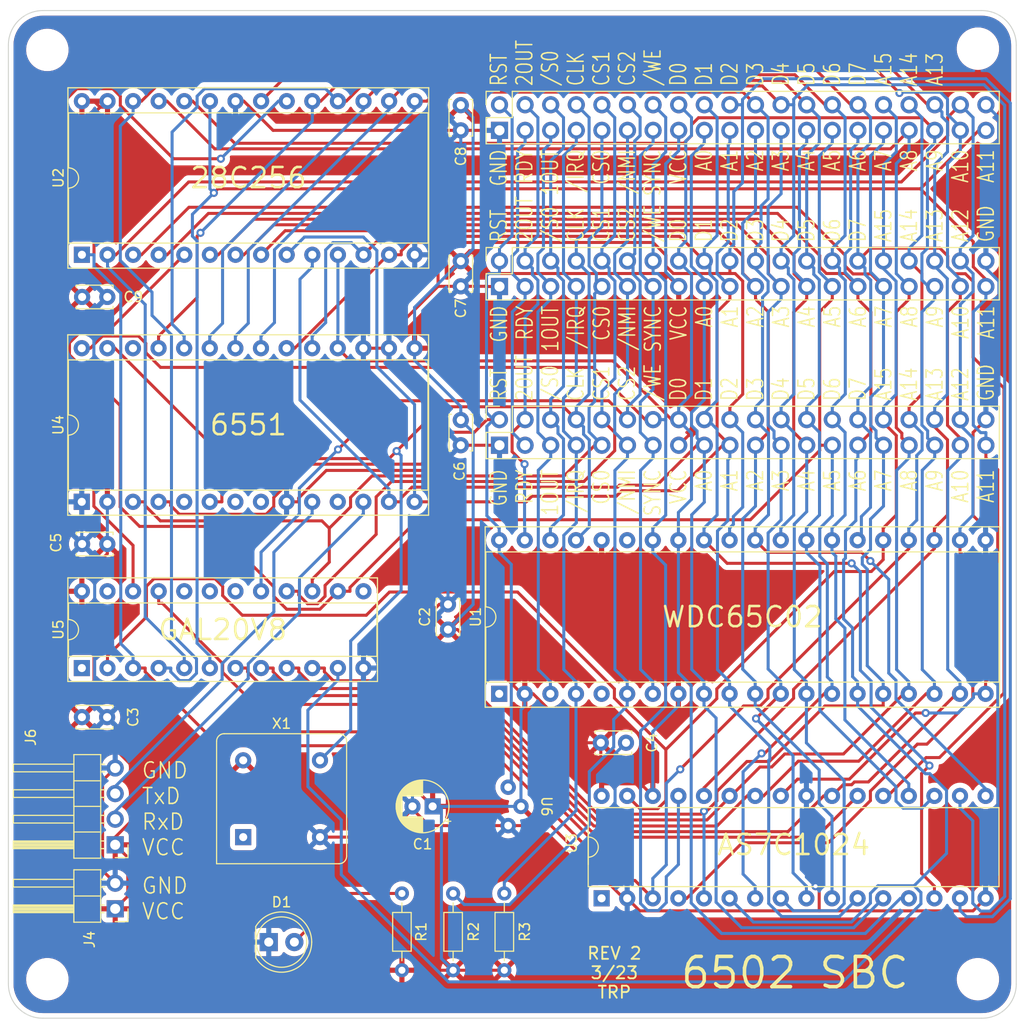
<source format=kicad_pcb>
(kicad_pcb (version 20211014) (generator pcbnew)
  (title_block (title "6502 SBC") (date "2023-01-24") (rev "1"))
  (layers (0 "F.Cu" signal) (31 "B.Cu" signal) (34 "B.Paste" user) (35 "F.Paste" user) (36 "B.SilkS" user "B.Silkscreen") (37 "F.SilkS" user "F.Silkscreen") (38 "B.Mask" user) (39 "F.Mask" user) (44 "Edge.Cuts" user))
  (net 0 "")
  (net 1 "VCC")
  (net 2 "GND")
  (net 3 "Net-(D1-Pad2)")
  (net 4 "RDY")
  (net 5 "1_OUT")
  (net 6 "{slash}IRQ")
  (net 7 "CS2")
  (net 8 "{slash}NMI")
  (net 9 "SYNC")
  (net 10 "A0")
  (net 11 "A1")
  (net 12 "A2")
  (net 13 "A3")
  (net 14 "A4")
  (net 15 "A5")
  (net 16 "A6")
  (net 17 "A7")
  (net 18 "A8")
  (net 19 "A9")
  (net 20 "A10")
  (net 21 "A11")
  (net 22 "CLK")
  (net 23 "RST")
  (net 24 "A12")
  (net 25 "A13")
  (net 26 "A14")
  (net 27 "A15")
  (net 28 "D7")
  (net 29 "D6")
  (net 30 "D5")
  (net 31 "D4")
  (net 32 "D3")
  (net 33 "D2")
  (net 34 "D1")
  (net 35 "D0")
  (net 36 "{slash}WE")
  (net 37 "{slash}SO")
  (net 38 "2_OUT")
  (net 39 "CS-ROM")
  (net 40 "CS0")
  (net 41 "CS1")
  (net 43 "RxD")
  (net 44 "TxD")
  (net 49 "CS-RAM")
  (footprint "Oscillator:Oscillator_DIP-8" (layer "F.Cu") (at 105.41 131.318)
    (fp_text reference "X1")
    (fp_text value "1.8432 Mhz" hide)
  )
  (footprint "LED_THT:LED_D5.0mm" (layer "F.Cu") (at 107.945 141.732)
    (fp_text reference "D1")
    (fp_text value "LED")
  )
  (footprint "Resistor_THT:R_Axial_DIN0204_L3.6mm_D1.6mm_P7.62mm_Horizontal" (layer "F.Cu") (at 131.318 144.526 90)
    (fp_text reference "R2")
    (fp_text value "10K" hide)
  )
  (footprint "-MyStuff:PinSocket_2x20_P2.54mm_Vertical" (layer "F.Cu") (at 130.87 58.594 90)
    (fp_text reference "J3" hide)
    (fp_text value "Conn_02x20_Counter_Clockwise" hide)
  )
  (footprint "-MyStuff:PinSocket_2x20_P2.54mm_Vertical" (layer "F.Cu") (at 130.87 89.836 90)
    (fp_text reference "J1" hide)
    (fp_text value "Conn_02x20_Counter_Clockwise" hide)
  )
  (footprint "Capacitor_THT:C_Disc_D3.4mm_W2.1mm_P2.50mm" (layer "F.Cu") (at 127 89.936 -90)
    (fp_text reference "C6")
    (fp_text value "0.1uF" hide)
  )
  (footprint "Package_DIP:DIP-28_W15.24mm_Socket" (layer "F.Cu") (at 89.393 98.049 90)
    (fp_text reference "U4")
    (fp_text value "6551")
  )
  (footprint "MountingHole:MountingHole_3.2mm_M3" (layer "F.Cu") (at 85.979 145.415)
    (fp_text reference "H4" hide)
    (fp_text value "MountingHole" hide)
  )
  (footprint "Package_DIP:DIP-24_W7.62mm_Socket" (layer "F.Cu") (at 89.403 114.544 90)
    (fp_text reference "U5")
    (fp_text value "GAL20V8")
  )
  (footprint "-MyStuff:PinSocket_2x20_P2.54mm_Vertical" (layer "F.Cu") (at 130.87 74.088 90)
    (fp_text reference "J2" hide)
    (fp_text value "Conn_02x20_Counter_Clockwise" hide)
  )
  (footprint "Package_DIP:DIP-28_W15.24mm_Socket" (layer "F.Cu") (at 89.408 73.538 90)
    (fp_text reference "U2")
    (fp_text value "28C256")
  )
  (footprint "MountingHole:MountingHole_3.2mm_M3" (layer "F.Cu") (at 85.979 53.213)
    (fp_text reference "H1" hide)
    (fp_text value "MountingHole" hide)
  )
  (footprint "Capacitor_THT:C_Disc_D3.4mm_W2.1mm_P2.50mm" (layer "F.Cu") (at 125.73 110.724 90)
    (fp_text reference "C2")
    (fp_text value "0.1uF" hide)
  )
  (footprint "Resistor_THT:R_Axial_DIN0204_L3.6mm_D1.6mm_P7.62mm_Horizontal" (layer "F.Cu") (at 121.158 136.906 -90)
    (fp_text reference "R1")
    (fp_text value "470" hide)
  )
  (footprint "Capacitor_THT:C_Disc_D3.4mm_W2.1mm_P2.50mm" (layer "F.Cu") (at 89.408 119.414)
    (fp_text reference "C3")
    (fp_text value "0.1uF" hide)
  )
  (footprint "Resistor_THT:R_Axial_DIN0204_L3.6mm_D1.6mm_P7.62mm_Horizontal" (layer "F.Cu") (at 126.238 144.526 90)
    (fp_text reference "R3")
    (fp_text value "10K" hide)
  )
  (footprint "-MyStuff:DIP-32_W10.16mm" (layer "F.Cu") (at 161.29 132.08 90)
    (fp_text reference "U3")
    (fp_text value "AS7C1024")
  )
  (footprint "MountingHole:MountingHole_3.2mm_M3" (layer "F.Cu") (at 178.308 53.086)
    (fp_text reference "H2" hide)
    (fp_text value "MountingHole" hide)
  )
  (footprint "Connector_PinHeader_2.54mm:PinHeader_1x04_P2.54mm_Horizontal" (layer "F.Cu") (at 92.71 132.08 180)
    (fp_text reference "J6")
    (fp_text value "Conn_01x04_Male" hide)
  )
  (footprint "Capacitor_THT:C_Disc_D3.4mm_W2.1mm_P2.50mm" (layer "F.Cu") (at 127 74.168 -90)
    (fp_text reference "C7")
    (fp_text value "0.1uF" hide)
  )
  (footprint "Connector_PinHeader_2.54mm:PinHeader_1x02_P2.54mm_Horizontal" (layer "F.Cu") (at 92.71 138.43 180)
    (fp_text reference "J4")
    (fp_text value "Conn_01x02" hide)
  )
  (footprint "MountingHole:MountingHole_3.2mm_M3" (layer "F.Cu") (at 178.308 145.415)
    (fp_text reference "H3" hide)
    (fp_text value "MountingHole" hide)
  )
  (footprint "Capacitor_THT:C_Disc_D3.4mm_W2.1mm_P2.50mm" (layer "F.Cu") (at 91.928 102.235 180)
    (fp_text reference "C5")
    (fp_text value "0.1uF" hide)
  )
  (footprint "Capacitor_THT:C_Disc_D3.4mm_W2.1mm_P2.50mm" (layer "F.Cu") (at 127 58.694 -90)
    (fp_text reference "C8")
    (fp_text value "0.1uF" hide)
  )
  (footprint "Capacitor_THT:C_Disc_D3.4mm_W2.1mm_P2.50mm" (layer "F.Cu") (at 140.89 121.954)
    (fp_text reference "C4")
    (fp_text value "0.1uF" hide)
  )
  (footprint "Capacitor_THT:CP_Radial_D5.0mm_P2.00mm" (layer "F.Cu") (at 124.206 128.27 180)
    (fp_text reference "C1")
    (fp_text value ".47uF 16V" hide)
  )
  (footprint "Capacitor_THT:C_Disc_D3.4mm_W2.1mm_P2.50mm" (layer "F.Cu") (at 89.428 77.724)
    (fp_text reference "C9")
    (fp_text value "0.1uF" hide)
  )
  (footprint "Package_DIP:DIP-40_W15.24mm_Socket" (layer "F.Cu") (at 130.81 117.099 90)
    (fp_text reference "U1")
    (fp_text value "WDC65C02")
  )
  (footprint "6502_SBC:TO-92" (layer "F.Cu") (at 131.699 128.27 -90)
    (fp_text reference "U6")
    (fp_text value "MCP100-300D")
  )
  (gr_line (start 178.663 149.284) (end 85.542237 149.284) (layer "Edge.Cuts") (width 0.1))
  (gr_line (start 82.113 145.879763) (end 82.113 52.738225) (layer "Edge.Cuts") (width 0.1))
  (gr_line (start 182.113 52.738225) (end 182.113 145.909) (layer "Edge.Cuts") (width 0.1))
  (gr_arc (start 85.542237 149.284) (mid 83.114408 148.30033) (end 82.113 145.879763) (layer "Edge.Cuts") (width 0.1))
  (gr_arc (start 82.113 52.738225) (mid 83.112917 50.308982) (end 85.542225 49.309225) (layer "Edge.Cuts") (width 0.1))
  (gr_arc (start 182.113 145.909) (mid 181.095037 148.319248) (end 178.663 149.284) (layer "Edge.Cuts") (width 0.1))
  (gr_arc (start 178.683775 49.309225) (mid 181.113066 50.309) (end 182.113 52.738225) (layer "Edge.Cuts") (width 0.1))
  (gr_line (start 85.542225 49.309225) (end 178.683775 49.309225) (layer "Edge.Cuts") (width 0.1))
  (gr_text "GND\nRDY\n1OUT\n/IRQ\nCS0\n/NMI\nSYNC\nVCC\nA0\nA1\nA2\nA3\nA4\nA5\nA6\nA7\nA8\nA9\nA10\nA11" (at 154.94 94.742 90) (layer "F.SilkS") (effects (font (size 1.58 1.2)) (justify right)))
  (gr_text "6502 SBC " (at 161.29 144.78) (layer "F.SilkS") (effects (font (size 3 3) (thickness 0.35))))
  (gr_text "REV 2\n3/23\nTRP" (at 142.24 144.78) (layer "F.SilkS") (effects (font (size 1.2 1.2) (thickness 0.18))))
  (gr_text "RST\n2OUT\n/S0\nCLK\nCS1\nCS2\n/WE\nD0\nD1\nD2\nD3\nD4\nD5\nD6\nD7\nA15\nA14\nA13\nA12\nGND" (at 154.94 72.39 90) (layer "F.SilkS") (effects (font (size 1.58 1.2)) (justify left)))
  (gr_text "RST\n2OUT\n/S0\nCLK\nCS1\nCS2\n/WE\nD0\nD1\nD2\nD3\nD4\nD5\nD6\nD7\nA15\nA14\nA13\nA12\nGND" (at 154.94 88.138 90) (layer "F.SilkS") (effects (font (size 1.58 1.2)) (justify left)))
  (gr_text "RST\n2OUT\n/S0\nCLK\nCS1\nCS2\n/WE\nD0\nD1\nD2\nD3\nD4\nD5\nD6\nD7\nA15\nA14\nA13" (at 152.4 56.896 90) (layer "F.SilkS") (effects (font (size 1.58 1.2)) (justify left)))
  (gr_text "GND\nVCC" (at 95.25 137.414) (layer "F.SilkS") (effects (font (size 1.58 1.5)) (justify left)))
  (gr_text "GND\nRDY\n1OUT\n/IRQ\nCS0\n/NMI\nSYNC\nVCC\nA0\nA1\nA2\nA3\nA4\nA5\nA6\nA7\nA8\nA9\nA10\nA11" (at 154.97 78.486 90) (layer "F.SilkS") (effects (font (size 1.58 1.2)) (justify right)))
  (gr_text "GND\nTxD\nRxD\nVCC" (at 95.25 128.524) (layer "F.SilkS") (effects (font (size 1.58 1.5)) (justify left)))
  (gr_text "GND\nRDY\n1OUT\n/IRQ\nCS0\n/NMI\nSYNC\nVCC\nA0\nA1\nA2\nA3\nA4\nA5\nA6\nA7\nA8\nA9\nA10\nA11" (at 154.94 62.992 90) (layer "F.SilkS") (effects (font (size 1.58 1.2)) (justify right)))
  (segment (start 91.948 58.898) (end 91.2081 58.898) (width 0.3) (layer "F.Cu") (net 1))
  (segment (start 87.6079 79.5441) (end 89.428 77.724) (width 0.3) (layer "F.Cu") (net 1))
  (segment (start 89.428 77.724) (end 90.6082 76.5438) (width 0.3) (layer "F.Cu") (net 1))
  (segment (start 97.0815 126.9494) (end 89.546 119.414) (width 0.3) (layer "F.Cu") (net 1))
  (segment (start 140.97 101.859) (end 140.97 103.0591) (width 0.3) (layer "F.Cu") (net 1))
  (segment (start 147.8801 75.9481) (end 148.62 76.688) (width 0.3) (layer "F.Cu") (net 1))
  (segment (start 140.89 125.9485) (end 140.97 126.0285) (width 0.3) (layer "F.Cu") (net 1))
  (segment (start 90.6082 59.4979) (end 91.2081 58.898) (width 0.3) (layer "F.Cu") (net 1))
  (segment (start 91.933 96.8489) (end 87.6079 92.5238) (width 0.3) (layer "F.Cu") (net 1))
  (segment (start 127 74.168) (end 128.2302 75.3982) (width 0.3) (layer "F.Cu") (net 1))
  (segment (start 123.0059 127.0699) (end 108.7819 127.0699) (width 0.3) (layer "F.Cu") (net 1))
  (segment (start 134.1771 117.099) (end 133.35 117.099) (width 0.3) (layer "F.Cu") (net 1))
  (segment (start 147.857582 75.9481) (end 147.8801 75.9481) (width 0.3) (layer "F.Cu") (net 1))
  (segment (start 92.71 131.3209) (end 92.71 132.08) (width 0.3) (layer "F.Cu") (net 1))
  (segment (start 93.9601 133.3301) (end 92.71 132.08) (width 0.3) (layer "F.Cu") (net 1))
  (segment (start 140.89 121.954) (end 139.0321 121.954) (width 0.3) (layer "F.Cu") (net 1))
  (segment (start 126.675 110.724) (end 125.73 110.724) (width 0.3) (layer "F.Cu") (net 1))
  (segment (start 102.1585 126.9495) (end 97.0815 126.9495) (width 0.3) (layer "F.Cu") (net 1))
  (segment (start 87.6079 92.5238) (end 87.6079 79.5441) (width 0.3) (layer "F.Cu") (net 1))
  (segment (start 97.0815 126.9495) (end 97.0815 126.9494) (width 0.3) (layer "F.Cu") (net 1))
  (segment (start 89.403 106.924) (end 89.403 108.1241) (width 0.3) (layer "F.Cu") (net 1))
  (segment (start 108.7819 127.0699) (end 105.41 123.698) (width 0.3) (layer "F.Cu") (net 1))
  (segment (start 148.62 92.436) (end 149.89 91.166) (width 0.3) (layer "F.Cu") (net 1))
  (segment (start 97.0815 126.9494) (end 92.71 131.3209) (width 0.3) (layer "F.Cu") (net 1))
  (segment (start 90.6082 76.5438) (end 90.6082 59.4979) (width 0.3) (layer "F.Cu") (net 1))
  (segment (start 90.6032 118.3568) (end 90.6032 109.3243) (width 0.3) (layer "F.Cu") (net 1))
  (segment (start 91.948 58.298) (end 91.948 58.898) (width 0.3) (layer "F.Cu") (net 1))
  (segment (start 124.206 128.27) (end 123.0059 127.0699) (width 0.3) (layer "F.Cu") (net 1))
  (segment (start 149.89 91.166) (end 149.89 79.2081) (width 0.3) (layer "F.Cu") (net 1))
  (segment (start 90.6032 109.3243) (end 89.403 108.1241) (width 0.3) (layer "F.Cu") (net 1))
  (segment (start 89.403 105.7239) (end 91.928 103.1989) (width 0.3) (layer "F.Cu") (net 1))
  (segment (start 89.408 58.298) (end 90.6081 58.298) (width 0.3) (layer "F.Cu") (net 1))
  (segment (start 105.41 123.698) (end 102.1585 126.9495) (width 0.3) (layer "F.Cu") (net 1))
  (segment (start 133.35 117.099) (end 133.05 117.099) (width 0.3) (layer "F.Cu") (net 1))
  (segment (start 148.59 110.6791) (end 140.97 103.0591) (width 0.3) (layer "F.Cu") (net 1))
  (segment (start 89.546 119.414) (end 89.408 119.414) (width 0.3) (layer "F.Cu") (net 1))
  (segment (start 140.89 121.954) (end 140.89 125.9485) (width 0.3) (layer "F.Cu") (net 1))
  (segment (start 126.238 144.526) (end 131.318 144.526) (width 0.3) (layer "F.Cu") (net 1))
  (segment (start 93.9601 137.1799) (end 93.9601 133.3301) (width 0.3) (layer "F.Cu") (net 1))
  (segment (start 128.2302 75.3982) (end 147.307682 75.3982) (width 0.3) (layer "F.Cu") (net 1))
  (segment (start 148.62 77.9381) (end 148.62 76.688) (width 0.3) (layer "F.Cu") (net 1))
  (segment (start 92.71 138.43) (end 93.9601 137.1799) (width 0.3) (layer "F.Cu") (net 1))
  (segment (start 144.8499 126.0285) (end 140.97 126.0285) (width 0.3) (layer "F.Cu") (net 1))
  (segment (start 149.89 79.2081) (end 148.62 77.9381) (width 0.3) (layer "F.Cu") (net 1))
  (segment (start 133.05 117.099) (end 126.675 110.724) (width 0.3) (layer "F.Cu") (net 1))
  (segment (start 140.97 127.2286) (end 140.97 126.0285) (width 0.3) (layer "F.Cu") (net 1))
  (segment (start 89.403 106.924) (end 89.403 105.7239) (width 0.3) (layer "F.Cu") (net 1))
  (segment (start 148.59 117.099) (end 148.59 110.6791) (width 0.3) (layer "F.Cu") (net 1))
  (segment (start 89.546 119.414) (end 90.6032 118.3568) (width 0.3) (layer "F.Cu") (net 1))
  (segment (start 146.05 127.2286) (end 144.8499 126.0285) (width 0.3) (layer "F.Cu") (net 1))
  (segment (start 147.307682 75.3982) (end 147.857582 75.9481) (width 0.3) (layer "F.Cu") (net 1))
  (segment (start 91.933 98.049) (end 91.933 96.8489) (width 0.3) (layer "F.Cu") (net 1))
  (segment (start 91.928 103.1989) (end 91.928 102.235) (width 0.3) (layer "F.Cu") (net 1))
  (segment (start 91.2081 58.898) (end 90.6081 58.298) (width 0.3) (layer "F.Cu") (net 1))
  (segment (start 121.158 144.526) (end 126.238 144.526) (width 0.3) (layer "F.Cu") (net 1))
  (segment (start 139.0321 121.954) (end 134.1771 117.099) (width 0.3) (layer "F.Cu") (net 1))
  (segment (start 127 88.5961) (end 122.413 84.0091) (width 0.3) (layer "B.Cu") (net 1))
  (segment (start 128.2265 108.2275) (end 128.2265 91.1625) (width 0.3) (layer "B.Cu") (net 1))
  (segment (start 122.413 81.6089) (end 122.413 78.755) (width 0.3) (layer "B.Cu") (net 1))
  (segment (start 91.928 102.235) (end 91.933 102.23) (width 0.3) (layer "B.Cu") (net 1))
  (segment (start 124.206 128.27) (end 125.0773 128.27) (width 0.3) (layer "B.Cu") (net 1))
  (segment (start 147.3302 64.5118) (end 148.62 63.222) (width 0.3) (layer "B.Cu") (net 1))
  (segment (start 128.2186 59.9126) (end 127 58.694) (width 0.3) (layer "B.Cu") (net 1))
  (segment (start 128.2186 72.9494) (end 128.2186 59.9126) (width 0.3) (layer "B.Cu") (net 1))
  (segment (start 148.62 76.5398) (end 147.3302 75.25) (width 0.3) (layer "B.Cu") (net 1))
  (segment (start 125.0773 143.3653) (end 126.238 144.526) (width 0.3) (layer "B.Cu") (net 1))
  (segment (start 146.05 127.2286) (end 146.05 120.8391) (width 0.3) (layer "B.Cu") (net 1))
  (segment (start 122.413 82.809) (end 122.413 84.0091) (width 0.3) (layer "B.Cu") (net 1))
  (segment (start 148.62 63.222) (end 148.62 62.4441) (width 0.3) (layer "B.Cu") (net 1))
  (segment (start 147.3302 75.25) (end 147.3302 64.5118) (width 0.3) (layer "B.Cu") (net 1))
  (segment (start 146.05 120.8391) (end 148.59 118.2991) (width 0.3) (layer "B.Cu") (net 1))
  (segment (start 132.969 118.6801) (end 133.35 118.2991) (width 0.3) (layer "B.Cu") (net 1))
  (segment (start 148.62 76.688) (end 148.62 76.5398) (width 0.3) (layer "B.Cu") (net 1))
  (segment (start 125.73 110.724) (end 128.2265 108.2275) (width 0.3) (layer "B.Cu") (net 1))
  (segment (start 125.0773 128.27) (end 132.969 128.27) (width 0.3) (layer "B.Cu") (net 1))
  (segment (start 133.35 117.099) (end 133.35 118.2991) (width 0.3) (layer "B.Cu") (net 1))
  (segment (start 91.933 102.23) (end 91.933 98.049) (width 0.3) (layer "B.Cu") (net 1))
  (segment (start 125.0773 128.27) (end 125.0773 143.3653) (width 0.3) (layer "B.Cu") (net 1))
  (segment (start 148.59 117.099) (end 148.59 118.2991) (width 0.3) (layer "B.Cu") (net 1))
  (segment (start 127 74.168) (end 128.2186 72.9494) (width 0.3) (layer "B.Cu") (net 1))
  (segment (start 132.969 128.27) (end 132.969 118.6801) (width 0.3) (layer "B.Cu") (net 1))
  (segment (start 122.413 82.809) (end 122.413 81.6089) (width 0.3) (layer "B.Cu") (net 1))
  (segment (start 122.413 78.755) (end 127 74.168) (width 0.3) (layer "B.Cu") (net 1))
  (segment (start 127 89.936) (end 127 88.5961) (width 0.3) (layer "B.Cu") (net 1))
  (segment (start 128.2265 91.1625) (end 127 89.936) (width 0.3) (layer "B.Cu") (net 1))
  (segment (start 148.62 61.194) (end 148.62 62.4441) (width 0.3) (layer "B.Cu") (net 1))
  (segment (start 131.699 130.175) (end 123.8416 130.175) (width 0.3) (layer "F.Cu") (net 2))
  (segment (start 124.8631 108.224) (end 125.73 108.224) (width 0.3) (layer "F.Cu") (net 2))
  (segment (start 119.873 81.539) (end 124.744 76.668) (width 0.3) (layer "F.Cu") (net 2))
  (segment (start 117.333 82.809) (end 118.5331 82.809) (width 0.3) (layer "F.Cu") (net 2))
  (segment (start 179.07 137.3886) (end 177.8256 138.633) (width 0.3) (layer "F.Cu") (net 2))
  (segment (start 118.5431 114.544) (end 124.8631 108.224) (width 0.3) (layer "F.Cu") (net 2))
  (segment (start 113.6558 94.9333) (end 124.5027 94.9333) (width 0.3) (layer "F.Cu") (net 2))
  (segment (start 119.873 82.809) (end 118.5331 82.809) (width 0.3) (layer "F.Cu") (net 2))
  (segment (start 177.83 91.166) (end 179.1 89.896) (width 0.3) (layer "F.Cu") (net 2))
  (segment (start 113.03 131.318) (end 119.4274 131.318) (width 0.3) (layer "F.Cu") (net 2))
  (segment (start 105.4751 58.298) (end 108.3711 61.194) (width 0.3) (layer "F.Cu") (net 2))
  (segment (start 104.648 58.298) (end 105.4751 58.298) (width 0.3) (layer "F.Cu") (net 2))
  (segment (start 179.07 100.6589) (end 177.83 99.4189) (width 0.3) (layer "F.Cu") (net 2))
  (segment (start 143.1586 137.3886) (end 135.945 130.175) (width 0.3) (layer "F.Cu") (net 2))
  (segment (start 143.51 137.3886) (end 144.7544 138.633) (width 0.3) (layer "F.Cu") (net 2))
  (segment (start 91.4598 134.6398) (end 92.71 135.89) (width 0.3) (layer "F.Cu") (net 2))
  (segment (start 124.744 74.6539) (end 124.744 76.668) (width 0.3) (layer "F.Cu") (net 2))
  (segment (start 122.428 73.538) (end 123.6281 73.538) (width 0.3) (layer "F.Cu") (net 2))
  (segment (start 123.6281 73.538) (end 124.744 74.6539) (width 0.3) (layer "F.Cu") (net 2))
  (segment (start 177.8256 138.633) (end 162.56 138.633) (width 0.3) (layer "F.Cu") (net 2))
  (segment (start 119.4274 131.318) (end 122.206 128.5394) (width 0.3) (layer "F.Cu") (net 2))
  (segment (start 123.8416 130.175) (end 122.206 128.5394) (width 0.3) (layer "F.Cu") (net 2))
  (segment (start 127 61.194) (end 130.84 61.194) (width 0.3) (layer "F.Cu") (net 2))
  (segment (start 110.9131 97.676) (end 113.6558 94.9333) (width 0.3) (layer "F.Cu") (net 2))
  (segment (start 130.84 92.436) (end 129.5899 92.436) (width 0.3) (layer "F.Cu") (net 2))
  (segment (start 119.873 82.809) (end 119.873 81.539) (width 0.3) (layer "F.Cu") (net 2))
  (segment (start 143.51 137.3886) (end 143.1586 137.3886) (width 0.3) (layer "F.Cu") (net 2))
  (segment (start 122.206 128.5394) (end 122.206 128.27) (width 0.3) (layer "F.Cu") (net 2))
  (segment (start 124.5027 94.9333) (end 127 92.436) (width 0.3) (layer "F.Cu") (net 2))
  (segment (start 144.7544 138.633) (end 162.56 138.633) (width 0.3) (layer "F.Cu") (net 2))
  (segment (start 130.84 76.688) (end 129.5899 76.688) (width 0.3) (layer "F.Cu") (net 2))
  (segment (start 108.3711 61.194) (end 127 61.194) (width 0.3) (layer "F.Cu") (net 2))
  (segment (start 127 76.668) (end 129.5699 76.668) (width 0.3) (layer "F.Cu") (net 2))
  (segment (start 109.713 98.049) (end 110.9131 98.049) (width 0.3) (layer "F.Cu") (net 2))
  (segment (start 92.71 124.46) (end 91.4598 125.7102) (width 0.3) (layer "F.Cu") (net 2))
  (segment (start 129.5699 76.668) (end 129.5899 76.688) (width 0.3) (layer "F.Cu") (net 2))
  (segment (start 177.83 99.4189) (end 177.83 91.166) (width 0.3) (layer "F.Cu") (net 2))
  (segment (start 162.56 138.633) (end 162.56 136.556) (width 0.3) (layer "F.Cu") (net 2))
  (segment (start 124.744 76.668) (end 127 76.668) (width 0.3) (layer "F.Cu") (net 2))
  (segment (start 117.343 114.544) (end 118.5431 114.544) (width 0.3) (layer "F.Cu") (net 2))
  (segment (start 162.56 136.556) (end 162.1925 136.1885) (width 0.3) (layer "F.Cu") (net 2))
  (segment (start 179.07 101.859) (end 179.07 100.6589) (width 0.3) (layer "F.Cu") (net 2))
  (segment (start 110.9131 98.049) (end 110.9131 97.676) (width 0.3) (layer "F.Cu") (net 2))
  (segment (start 91.4598 125.7102) (end 91.4598 134.6398) (width 0.3) (layer "F.Cu") (net 2))
  (segment (start 135.945 130.175) (end 131.699 130.175) (width 0.3) (layer "F.Cu") (net 2))
  (segment (start 127 92.436) (end 129.5899 92.436) (width 0.3) (layer "F.Cu") (net 2))
  (via (at 162.1925 136.1885) (size 0.8) (drill 0.4) (layers "F.Cu" "B.Cu") (net 2))
  (segment (start 92.71 124.46) (end 92.71 120.216) (width 0.3) (layer "B.Cu") (net 2))
  (segment (start 180.2802 134.9783) (end 180.2802 104.2693) (width 0.3) (layer "B.Cu") (net 2))
  (segment (start 142.3077 123.0363) (end 143.39 121.954) (width 0.3) (layer "B.Cu") (net 2))
  (segment (start 90.5931 79.0589) (end 90.5931 95.6488) (width 0.3) (layer "B.Cu") (net 2))
  (segment (start 180.3898 76.1699) (end 180.3898 87.3561) (width 0.3) (layer "B.Cu") (net 2))
  (segment (start 179.1 58.654) (end 180.3597 59.9137) (width 0.3) (layer "B.Cu") (net 2))
  (segment (start 127 67.7659) (end 127 61.194) (width 0.3) (layer "B.Cu") (net 2))
  (segment (start 125.73 93.706) (end 127 92.436) (width 0.3) (layer "B.Cu") (net 2))
  (segment (start 122.428 73.538) (end 122.428 72.3379) (width 0.3) (layer "B.Cu") (net 2))
  (segment (start 122.428 72.3379) (end 127 67.7659) (width 0.3) (layer "B.Cu") (net 2))
  (segment (start 89.428 102.235) (end 89.393 102.2) (width 0.3) (layer "B.Cu") (net 2))
  (segment (start 89.393 98.049) (end 89.393 96.8489) (width 0.3) (layer "B.Cu") (net 2))
  (segment (start 180.3898 87.3561) (end 179.1 88.6459) (width 0.3) (layer "B.Cu") (net 2))
  (segment (start 117.343 114.544) (end 117.343 115.7441) (width 0.3) (layer "B.Cu") (net 2))
  (segment (start 107.945 141.732) (end 107.945 140.4319) (width 0.3) (layer "B.Cu") (net 2))
  (segment (start 179.07 101.859) (end 179.07 103.0591) (width 0.3) (layer "B.Cu") (net 2))
  (segment (start 122.206 120.6071) (end 117.343 115.7441) (width 0.3) (layer "B.Cu") (net 2))
  (segment (start 91.908 119.414) (end 90.673 118.179) (width 0.3) (layer "B.Cu") (net 2))
  (segment (start 89.393 102.2) (end 89.393 98.049) (width 0.3) (layer "B.Cu") (net 2))
  (segment (start 91.928 77.724) (end 90.5931 79.0589) (width 0.3) (layer "B.Cu") (net 2))
  (segment (start 125.73 108.224) (end 125.73 93.706) (width 0.3) (layer "B.Cu") (net 2))
  (segment (start 179.1 72.8979) (end 179.1 74.148) (width 0.3) (layer "B.Cu") (net 2))
  (segment (start 122.206 128.27) (end 122.206 120.6071) (width 0.3) (layer "B.Cu") (net 2))
  (segment (start 119.873 82.809) (end 119.873 84.0091) (width 0.3) (layer "B.Cu") (net 2))
  (segment (start 180.2802 104.2693) (end 179.07 103.0591) (width 0.3) (layer "B.Cu") (net 2))
  (segment (start 180.3597 59.9137) (end 180.3597 71.6382) (width 0.3) (layer "B.Cu") (net 2))
  (segment (start 142.3077 134.9862) (end 142.3077 123.0363) (width 0.3) (layer "B.Cu") (net 2))
  (segment (start 179.1 74.8801) (end 180.3898 76.1699) (width 0.3) (layer "B.Cu") (net 2))
  (segment (start 107.945 136.4009) (end 94.471 136.4009) (width 0.3) (layer "B.Cu") (net 2))
  (segment (start 180.3597 71.6382) (end 179.1 72.8979) (width 0.3) (layer "B.Cu") (net 2))
  (segment (start 107.9471 136.4009) (end 107.945 136.4009) (width 0.3) (layer "B.Cu") (net 2))
  (segment (start 162.1925 136.1885) (end 161.29 135.286) (width 0.3) (layer "B.Cu") (net 2))
  (segment (start 92.71 120.216) (end 91.908 119.414) (width 0.3) (layer "B.Cu") (net 2))
  (segment (start 92.71 135.89) (end 93.9601 135.89) (width 0.3) (layer "B.Cu") (net 2))
  (segment (start 143.51 136.1885) (end 142.3077 134.9862) (width 0.3) (layer "B.Cu") (net 2))
  (segment (start 179.1 74.148) (end 179.1 74.8801) (width 0.3) (layer "B.Cu") (net 2))
  (segment (start 179.1 88.6459) (end 179.1 89.896) (width 0.3) (layer "B.Cu") (net 2))
  (segment (start 161.29 135.286) (end 161.29 127.2286) (width 0.3) (layer "B.Cu") (net 2))
  (segment (start 119.873 84.0091) (end 125.7002 89.8363) (width 0.3) (layer "B.Cu") (net 2))
  (segment (start 179.07 137.3886) (end 179.07 136.1885) (width 0.3) (layer "B.Cu") (net 2))
  (segment (start 90.673 118.179) (end 90.673 103.48) (width 0.3) (layer "B.Cu") (net 2))
  (segment (start 94.471 136.4009) (end 93.9601 135.89) (width 0.3) (layer "B.Cu") (net 2))
  (segment (start 113.03 131.318) (end 107.9471 136.4009) (width 0.3) (layer "B.Cu") (net 2))
  (segment (start 125.7002 89.8363) (end 125.7002 91.1362) (width 0.3) (layer "B.Cu") (net 2))
  (segment (start 125.7002 91.1362) (end 127 92.436) (width 0.3) (layer "B.Cu") (net 2))
  (segment (start 90.673 103.48) (end 89.428 102.235) (width 0.3) (layer "B.Cu") (net 2))
  (segment (start 143.51 137.3886) (end 143.51 136.1885) (width 0.3) (layer "B.Cu") (net 2))
  (segment (start 107.945 136.4009) (end 107.945 140.4319) (width 0.3) (layer "B.Cu") (net 2))
  (segment (start 90.5931 95.6488) (end 89.393 96.8489) (width 0.3) (layer "B.Cu") (net 2))
  (segment (start 179.07 136.1885) (end 180.2802 134.9783) (width 0.3) (layer "B.Cu") (net 2))
  (segment (start 115.311 136.906) (end 110.485 141.732) (width 0.3) (layer "F.Cu") (net 3))
  (segment (start 121.158 136.906) (end 115.311 136.906) (width 0.3) (layer "F.Cu") (net 3))
  (segment (start 132.1101 91.1661) (end 132.1101 79.208) (width 0.3) (layer "B.Cu") (net 4))
  (segment (start 132.0902 75.3982) (end 132.0902 73.6697) (width 0.3) (layer "B.Cu") (net 4))
  (segment (start 132.0902 73.6697) (end 132.6404 73.1195) (width 0.3) (layer "B.Cu") (net 4))
  (segment (start 133.38 76.688) (end 132.0902 75.3982) (width 0.3) (layer "B.Cu") (net 4))
  (segment (start 132.1101 79.208) (end 133.38 77.9381) (width 0.3) (layer "B.Cu") (net 4))
  (segment (start 133.38 61.194) (end 133.38 62.4441) (width 0.3) (layer "B.Cu") (net 4))
  (segment (start 132.6404 63.1837) (end 133.38 62.4441) (width 0.3) (layer "B.Cu") (net 4))
  (segment (start 133.38 77.9381) (end 133.38 76.688) (width 0.3) (layer "B.Cu") (net 4))
  (segment (start 133.38 92.436) (end 132.1101 91.1661) (width 0.3) (layer "B.Cu") (net 4))
  (segment (start 132.6404 73.1195) (end 132.6404 63.1837) (width 0.3) (layer "B.Cu") (net 4))
  (segment (start 134.65 91.166) (end 134.65 79.2081) (width 0.3) (layer "B.Cu") (net 5))
  (segment (start 135.89 115.8989) (end 134.6896 114.6985) (width 0.3) (layer "B.Cu") (net 5))
  (segment (start 135.2002 63.1639) (end 135.92 62.4441) (width 0.3) (layer "B.Cu") (net 5))
  (segment (start 135.92 76.5543) (end 134.65 75.2843) (width 0.3) (layer "B.Cu") (net 5))
  (segment (start 135.92 77.313) (end 135.92 76.688) (width 0.3) (layer "B.Cu") (net 5))
  (segment (start 134.6896 94.9165) (end 135.92 93.6861) (width 0.3) (layer "B.Cu") (net 5))
  (segment (start 135.89 117.099) (end 135.89 115.8989) (width 0.3) (layer "B.Cu") (net 5))
  (segment (start 135.92 92.436) (end 135.92 93.6861) (width 0.3) (layer "B.Cu") (net 5))
  (segment (start 135.92 76.688) (end 135.92 76.5543) (width 0.3) (layer "B.Cu") (net 5))
  (segment (start 135.92 61.194) (end 135.92 62.4441) (width 0.3) (layer "B.Cu") (net 5))
  (segment (start 134.65 73.448) (end 135.2002 72.8978) (width 0.3) (layer "B.Cu") (net 5))
  (segment (start 134.65 75.2843) (end 134.65 73.448) (width 0.3) (layer "B.Cu") (net 5))
  (segment (start 135.92 77.313) (end 135.92 77.9381) (width 0.3) (layer "B.Cu") (net 5))
  (segment (start 135.2002 72.8978) (end 135.2002 63.1639) (width 0.3) (layer "B.Cu") (net 5))
  (segment (start 134.6896 114.6985) (end 134.6896 94.9165) (width 0.3) (layer "B.Cu") (net 5))
  (segment (start 135.92 92.436) (end 134.65 91.166) (width 0.3) (layer "B.Cu") (net 5))
  (segment (start 134.65 79.2081) (end 135.92 77.9381) (width 0.3) (layer "B.Cu") (net 5))
  (segment (start 138.43 117.099) (end 138.43 115.8989) (width 0.3) (layer "B.Cu") (net 6))
  (segment (start 131.318 136.906) (end 131.318 135.8059) (width 0.3) (layer "B.Cu") (net 6))
  (segment (start 138.46 93.061) (end 138.46 93.6861) (width 0.3) (layer "B.Cu") (net 6))
  (segment (start 138.46 100.1316) (end 138.46 93.6861) (width 0.3) (layer "B.Cu") (net 6))
  (segment (start 137.219 114.6879) (end 137.219 101.3726) (width 0.3) (layer "B.Cu") (net 6))
  (segment (start 138.43 128.6939) (end 131.318 135.8059) (width 0.3) (layer "B.Cu") (net 6))
  (segment (start 137.219 101.3726) (end 138.46 100.1316) (width 0.3) (layer "B.Cu") (net 6))
  (segment (start 138.43 118.2991) (end 138.43 128.6939) (width 0.3) (layer "B.Cu") (net 6))
  (segment (start 138.46 92.3023) (end 137.19 91.0323) (width 0.3) (layer "B.Cu") (net 6))
  (segment (start 137.19 91.0323) (end 137.19 87.7648) (width 0.3) (layer "B.Cu") (net 6))
  (segment (start 137.19 75.339382) (end 137.19 63.7141) (width 0.3) (layer "B.Cu") (net 6))
  (segment (start 138.46 92.436) (end 138.46 92.3023) (width 0.3) (layer "B.Cu") (net 6))
  (segment (start 138.46 62.4441) (end 138.46 61.194) (width 0.3) (layer "B.Cu") (net 6))
  (segment (start 137.19 63.7141) (end 138.46 62.4441) (width 0.3) (layer "B.Cu") (net 6))
  (segment (start 138.43 117.099) (end 138.43 118.2991) (width 0.3) (layer "B.Cu") (net 6))
  (segment (start 137.19 87.7648) (end 138.46 86.4948) (width 0.3) (layer "B.Cu") (net 6))
  (segment (start 138.46 76.609382) (end 137.19 75.339382) (width 0.3) (layer "B.Cu") (net 6))
  (segment (start 138.46 93.061) (end 138.46 92.436) (width 0.3) (layer "B.Cu") (net 6))
  (segment (start 138.43 115.8989) (end 137.219 114.6879) (width 0.3) (layer "B.Cu") (net 6))
  (segment (start 138.46 76.688) (end 138.46 76.609382) (width 0.3) (layer "B.Cu") (net 6))
  (segment (start 138.46 86.4948) (end 138.46 76.688) (width 0.3) (layer "B.Cu") (net 6))
  (segment (start 141.6666 88.0226) (end 119.652 88.0226) (width 0.3) (layer "F.Cu") (net 7))
  (segment (start 143.54 89.896) (end 141.6666 88.0226) (width 0.3) (layer "F.Cu") (net 7))
  (segment (start 119.652 88.0226) (end 114.8192 92.8554) (width 0.3) (layer "F.Cu") (net 7))
  (via (at 114.8192 92.8554) (size 0.8) (drill 0.4) (layers "F.Cu" "B.Cu") (net 7))
  (segment (start 144.2599 73.4281) (end 143.54 74.148) (width 0.3) (layer "B.Cu") (net 7))
  (segment (start 143.54 74.148) (end 144.0902 74.6982) (width 0.3) (layer "B.Cu") (net 7))
  (segment (start 143.54 58.654) (end 144.79 59.904) (width 0.3) (layer "B.Cu") (net 7))
  (segment (start 107.183 103.0492) (end 107.183 106.924) (width 0.3) (layer "B.Cu") (net 7))
  (segment (start 144.79 61.7121) (end 144.2599 62.2422) (width 0.3) (layer "B.Cu") (net 7))
  (segment (start 144.7902 87.3957) (end 143.54 88.6459) (width 0.3) (layer "B.Cu") (net 7))
  (segment (start 144.2599 62.2422) (end 144.2599 73.4281) (width 0.3) (layer "B.Cu") (net 7))
  (segment (start 114.8192 92.8554) (end 110.983 96.6916) (width 0.3) (layer "B.Cu") (net 7))
  (segment (start 110.983 96.6916) (end 110.983 99.2492) (width 0.3) (layer "B.Cu") (net 7))
  (segment (start 144.0902 74.6982) (end 144.0902 75.4682) (width 0.3) (layer "B.Cu") (net 7))
  (segment (start 110.983 99.2492) (end 107.183 103.0492) (width 0.3) (layer "B.Cu") (net 7))
  (segment (start 144.7902 76.1682) (end 144.7902 87.3957) (width 0.3) (layer "B.Cu") (net 7))
  (segment (start 144.79 59.904) (end 144.79 61.7121) (width 0.3) (layer "B.Cu") (net 7))
  (segment (start 143.54 89.896) (end 143.54 88.6459) (width 0.3) (layer "B.Cu") (net 7))
  (segment (start 144.0902 75.4682) (end 144.7902 76.1682) (width 0.3) (layer "B.Cu") (net 7))
  (segment (start 143.51 117.099) (end 143.51 115.8989) (width 0.3) (layer "B.Cu") (net 8))
  (segment (start 142.27 73.448) (end 143.54 72.178) (width 0.3) (layer "B.Cu") (net 8))
  (segment (start 139.7509 130.089) (end 139.7509 124.815) (width 0.3) (layer "B.Cu") (net 8))
  (segment (start 126.238 136.906) (end 127.3407 138.0087) (width 0.3) (layer "B.Cu") (net 8))
  (segment (start 143.54 92.436) (end 142.27 91.166) (width 0.3) (layer "B.Cu") (net 8))
  (segment (start 142.1702 122.3957) (end 142.1702 119.6389) (width 0.3) (layer "B.Cu") (net 8))
  (segment (start 143.54 92.436) (end 143.54 93.6861) (width 0.3) (layer "B.Cu") (net 8))
  (segment (start 131.8312 138.0087) (end 139.7509 130.089) (width 0.3) (layer "B.Cu") (net 8))
  (segment (start 142.27 87.3761) (end 143.54 86.1061) (width 0.3) (layer "B.Cu") (net 8))
  (segment (start 139.7509 124.815) (end 142.1702 122.3957) (width 0.3) (layer "B.Cu") (net 8))
  (segment (start 142.27 91.166) (end 142.27 87.3761) (width 0.3) (layer "B.Cu") (net 8))
  (segment (start 143.54 86.1061) (end 143.54 76.688) (width 0.3) (layer "B.Cu") (net 8))
  (segment (start 143.51 118.2991) (end 143.51 117.099) (width 0.3) (layer "B.Cu") (net 8))
  (segment (start 143.54 76.688) (end 143.54 76.613382) (width 0.3) (layer "B.Cu") (net 8))
  (segment (start 143.51 115.8989) (end 142.29 114.6789) (width 0.3) (layer "B.Cu") (net 8))
  (segment (start 143.54 76.613382) (end 142.27 75.343382) (width 0.3) (layer "B.Cu") (net 8))
  (segment (start 142.27 75.343382) (end 142.27 73.448) (width 0.3) (layer "B.Cu") (net 8))
  (segment (start 142.29 114.6789) (end 142.29 94.9361) (width 0.3) (layer "B.Cu") (net 8))
  (segment (start 142.1702 119.6389) (end 143.51 118.2991) (width 0.3) (layer "B.Cu") (net 8))
  (segment (start 142.29 94.9361) (end 143.54 93.6861) (width 0.3) (layer "B.Cu") (net 8))
  (segment (start 127.3407 138.0087) (end 131.8312 138.0087) (width 0.3) (layer "B.Cu") (net 8))
  (segment (start 143.54 72.178) (end 143.54 61.194) (width 0.3) (layer "B.Cu") (net 8))
  (segment (start 146.08 86.884) (end 144.81 88.154) (width 0.3) (layer "B.Cu") (net 9))
  (segment (start 146.08 76.688) (end 146.08 86.884) (width 0.3) (layer "B.Cu") (net 9))
  (segment (start 146.05 115.8989) (end 144.83 114.6789) (width 0.3) (layer "B.Cu") (net 9))
  (segment (start 144.8101 63.714) (end 144.8101 75.4102) (width 0.3) (layer "B.Cu") (net 9))
  (segment (start 146.08 76.6801) (end 146.08 76.688) (width 0.3) (layer "B.Cu") (net 9))
  (segment (start 146.08 92.436) (end 146.08 93.6861) (width 0.3) (layer "B.Cu") (net 9))
  (segment (start 146.08 62.4441) (end 144.8101 63.714) (width 0.3) (layer "B.Cu") (net 9))
  (segment (start 144.81 88.154) (end 144.81 91.166) (width 0.3) (layer "B.Cu") (net 9))
  (segment (start 144.83 114.6789) (end 144.83 94.9361) (width 0.3) (layer "B.Cu") (net 9))
  (segment (start 144.83 94.9361) (end 146.08 93.6861) (width 0.3) (layer "B.Cu") (net 9))
  (segment (start 146.08 61.194) (end 146.08 62.4441) (width 0.3) (layer "B.Cu") (net 9))
  (segment (start 144.8101 75.4102) (end 146.08 76.6801) (width 0.3) (layer "B.Cu") (net 9))
  (segment (start 144.81 91.166) (end 146.08 92.436) (width 0.3) (layer "B.Cu") (net 9))
  (segment (start 146.05 117.099) (end 146.05 115.8989) (width 0.3) (layer "B.Cu") (net 9))
  (segment (start 146.4652 96.3987) (end 142.7444 96.3987) (width 0.3) (layer "F.Cu") (net 10))
  (segment (start 142.7444 96.3987) (end 142.5452 96.5979) (width 0.3) (layer "F.Cu") (net 10))
  (segment (start 151.16 92.436) (end 150.4279 92.436) (width 0.3) (layer "F.Cu") (net 10))
  (segment (start 121.0731 97.6739) (end 121.0731 98.049) (width 0.3) (layer "F.Cu") (net 10))
  (segment (start 122.1491 96.5979) (end 121.0731 97.6739) (width 0.3) (layer "F.Cu") (net 10))
  (segment (start 150.4279 92.436) (end 146.4652 96.3987) (width 0.3) (layer "F.Cu") (net 10))
  (segment (start 142.5452 96.5979) (end 122.1491 96.5979) (width 0.3) (layer "F.Cu") (net 10))
  (segment (start 121.0731 98.049) (end 119.873 98.049) (width 0.3) (layer "F.Cu") (net 10))
  (segment (start 151.16 76.688) (end 151.16 87.926) (width 0.3) (layer "B.Cu") (net 10))
  (segment (start 152.3301 119.4992) (end 152.3301 137.7766) (width 0.3) (layer "B.Cu") (net 10))
  (segment (start 111.0449 75.9612) (end 112.268 74.7381) (width 0.3) (layer "B.Cu") (net 10))
  (segment (start 149.89 89.196) (end 149.89 90.4741) (width 0.3) (layer "B.Cu") (net 10))
  (segment (start 112.268 73.538) (end 112.268 74.7381) (width 0.3) (layer "B.Cu") (net 10))
  (segment (start 119.873 98.049) (end 119.873 96.8489) (width 0.3) (layer "B.Cu") (net 10))
  (segment (start 151.16 75.976) (end 149.8702 74.6862) (width 0.3) (layer "B.Cu") (net 10))
  (segment (start 152.3301 137.7766) (end 154.8603 140.3068) (width 0.3) (layer "B.Cu") (net 10))
  (segment (start 165.9918 140.3068) (end 168.91 137.3886) (width 0.3) (layer "B.Cu") (net 10))
  (segment (start 149.8702 74.6862) (end 149.8702 63.7339) (width 0.3) (layer "B.Cu") (net 10))
  (segment (start 150.44 91.024101) (end 150.44 91.716) (width 0.3) (layer "B.Cu") (net 10))
  (segment (start 150.44 91.716) (end 151.16 92.436) (width 0.3) (layer "B.Cu") (net 10))
  (segment (start 151.13 115.8989) (end 149.9101 114.679) (width 0.3) (layer "B.Cu") (net 10))
  (segment (start 151.13 116.4989) (end 151.13 115.8989) (width 0.3) (layer "B.Cu") (net 10))
  (segment (start 119.873 96.7777) (end 111.0449 87.9496) (width 0.3) (layer "B.Cu") (net 10))
  (segment (start 151.16 62.4441) (end 151.16 61.194) (width 0.3) (layer "B.Cu") (net 10))
  (segment (start 151.16 98.0887) (end 151.16 92.436) (width 0.3) (layer "B.Cu") (net 10))
  (segment (start 151.16 87.926) (end 149.89 89.196) (width 0.3) (layer "B.Cu") (net 10))
  (segment (start 154.8603 140.3068) (end 165.9918 140.3068) (width 0.3) (layer "B.Cu") (net 10))
  (segment (start 151.13 118.2991) (end 152.3301 119.4992) (width 0.3) (layer "B.Cu") (net 10))
  (segment (start 151.13 116.4989) (end 151.13 117.099) (width 0.3) (layer "B.Cu") (net 10))
  (segment (start 149.8702 63.7339) (end 151.16 62.4441) (width 0.3) (layer "B.Cu") (net 10))
  (segment (start 149.9101 114.679) (end 149.9101 99.3386) (width 0.3) (layer "B.Cu") (net 10))
  (segment (start 149.9101 99.3386) (end 151.16 98.0887) (width 0.3) (layer "B.Cu") (net 10))
  (segment (start 151.16 76.688) (end 151.16 75.976) (width 0.3) (layer "B.Cu") (net 10))
  (segment (start 151.13 117.099) (end 151.13 118.2991) (width 0.3) (layer "B.Cu") (net 10))
  (segment (start 149.89 90.4741) (end 150.44 91.024101) (width 0.3) (layer "B.Cu") (net 10))
  (segment (start 111.0449 87.9496) (end 111.0449 75.9612) (width 0.3) (layer "B.Cu") (net 10))
  (segment (start 119.873 96.8489) (end 119.873 96.7777) (width 0.3) (layer "B.Cu") (net 10))
  (segment (start 142.4222 97.4989) (end 134.047 97.4989) (width 0.3) (layer "F.Cu") (net 11))
  (segment (start 152.43 91.166) (end 152.43 79.2081) (width 0.3) (layer "F.Cu") (net 11))
  (segment (start 153.7 76.688) (end 153.7 77.9381) (width 0.3) (layer "F.Cu") (net 11))
  (segment (start 133.4969 98.049) (end 122.413 98.049) (width 0.3) (layer "F.Cu") (net 11))
  (segment (start 153.3485 92.0844) (end 152.43 91.166) (width 0.3) (layer "F.Cu") (net 11))
  (segment (start 153.7 92.436) (end 153.3485 92.0844) (width 0.3) (layer "F.Cu") (net 11))
  (segment (start 134.047 97.4989) (end 133.4969 98.049) (width 0.3) (layer "F.Cu") (net 11))
  (segment (start 152.43 79.2081) (end 153.7 77.9381) (width 0.3) (layer "F.Cu") (net 11))
  (segment (start 153.3485 92.0844) (end 148.4841 96.9488) (width 0.3) (layer "F.Cu") (net 11))
  (segment (start 142.9723 96.9488) (end 142.4222 97.4989) (width 0.3) (layer "F.Cu") (net 11))
  (segment (start 148.4841 96.9488) (end 142.9723 96.9488) (width 0.3) (layer "F.Cu") (net 11))
  (segment (start 152.43 75.410182) (end 152.43 73.3898) (width 0.3) (layer "B.Cu") (net 11))
  (segment (start 153.7 92.436) (end 153.7 93.6861) (width 0.3) (layer "B.Cu") (net 11))
  (segment (start 153.5349 62.6092) (end 153.7 62.4441) (width 0.3) (layer "B.Cu") (net 11))
  (segment (start 153.67 117.099) (end 153.67 118.2991) (width 0.3) (layer "B.Cu") (net 11))
  (segment (start 153.67 116.4989) (end 153.67 115.8989) (width 0.3) (layer "B.Cu") (net 11))
  (segment (start 164.5611 139.1975) (end 158.8444 139.1975) (width 0.3) (layer "B.Cu") (net 11))
  (segment (start 166.37 137.3886) (end 164.5611 139.1975) (width 0.3) (layer "B.Cu") (net 11))
  (segment (start 157.549 137.9021) (end 157.549 123.6912) (width 0.3) (layer "B.Cu") (net 11))
  (segment (start 152.43 73.3898) (end 153.5349 72.2849) (width 0.3) (layer "B.Cu") (net 11))
  (segment (start 157.549 123.6912) (end 157.6597 123.5805) (width 0.3) (layer "B.Cu") (net 11))
  (segment (start 152.9602 75.9482) (end 152.9602 75.940382) (width 0.3) (layer "B.Cu") (net 11))
  (segment (start 111.4903 71.7757) (end 109.728 73.538) (width 0.3) (layer "B.Cu") (net 11))
  (segment (start 153.7 93.6861) (end 153.495 93.8911) (width 0.3) (layer "B.Cu") (net 11))
  (segment (start 153.5349 72.2849) (end 153.5349 62.6092) (width 0.3) (layer "B.Cu") (net 11))
  (segment (start 153.7 76.688) (end 152.9602 75.9482) (width 0.3) (layer "B.Cu") (net 11))
  (segment (start 122.413 98.049) (end 122.413 88.3867) (width 0.3) (layer "B.Cu") (net 11))
  (segment (start 153.67 116.4989) (end 153.67 117.099) (width 0.3) (layer "B.Cu") (net 11))
  (segment (start 158.8444 139.1975) (end 157.549 137.9021) (width 0.3) (layer "B.Cu") (net 11))
  (segment (start 157.6597 123.5805) (end 157.6597 122.2888) (width 0.3) (layer "B.Cu") (net 11))
  (segment (start 152.4671 100.9436) (end 152.4671 114.696) (width 0.3) (layer "B.Cu") (net 11))
  (segment (start 153.495 99.9157) (end 152.4671 100.9436) (width 0.3) (layer "B.Cu") (net 11))
  (segment (start 118.6729 73.1193) (end 117.3293 71.7757) (width 0.3) (layer "B.Cu") (net 11))
  (segment (start 122.413 88.3867) (end 118.6729 84.6466) (width 0.3) (layer "B.Cu") (net 11))
  (segment (start 153.495 93.8911) (end 153.495 99.9157) (width 0.3) (layer "B.Cu") (net 11))
  (segment (start 157.6597 122.2888) (end 153.67 118.2991) (width 0.3) (layer "B.Cu") (net 11))
  (segment (start 117.3293 71.7757) (end 111.4903 71.7757) (width 0.3) (layer "B.Cu") (net 11))
  (segment (start 152.9602 75.940382) (end 152.43 75.410182) (width 0.3) (layer "B.Cu") (net 11))
  (segment (start 118.6729 84.6466) (end 118.6729 73.1193) (width 0.3) (layer "B.Cu") (net 11))
  (segment (start 152.4671 114.696) (end 153.67 115.8989) (width 0.3) (layer "B.Cu") (net 11))
  (segment (start 153.7 62.4441) (end 153.7 61.194) (width 0.3) (layer "B.Cu") (net 11))
  (segment (start 157.51 79.2081) (end 156.24 77.9381) (width 0.3) (layer "F.Cu") (net 12))
  (segment (start 156.24 77.9381) (end 156.24 76.688) (width 0.3) (layer "F.Cu") (net 12))
  (segment (start 109.573 71.153) (end 152.4794 71.153) (width 0.3) (layer "F.Cu") (net 12))
  (segment (start 156.24 76.642282) (end 156.24 76.688) (width 0.3) (layer "F.Cu") (net 12))
  (segment (start 156.24 92.436) (end 157.51 91.166) (width 0.3) (layer "F.Cu") (net 12))
  (segment (start 107.188 73.538) (end 109.573 71.153) (width 0.3) (layer "F.Cu") (net 12))
  (segment (start 154.97 75.372282) (end 156.24 76.642282) (width 0.3) (layer "F.Cu") (net 12))
  (segment (start 152.4794 71.153) (end 154.97 73.6436) (width 0.3) (layer "F.Cu") (net 12))
  (segment (start 154.97 73.6436) (end 154.97 75.372282) (width 0.3) (layer "F.Cu") (net 12))
  (segment (start 157.51 91.166) (end 157.51 79.2081) (width 0.3) (layer "F.Cu") (net 12))
  (segment (start 154.97 99.7478) (end 156.24 98.4778) (width 0.3) (layer "B.Cu") (net 12))
  (segment (start 156.24 69.1271) (end 156.24 61.194) (width 0.3) (layer "B.Cu") (net 12))
  (segment (start 156.21 117.699) (end 156.21 118.2991) (width 0.3) (layer "B.Cu") (net 12))
  (segment (start 154.97 114.6589) (end 154.97 99.7478) (width 0.3) (layer "B.Cu") (net 12))
  (segment (start 156.24 98.4778) (end 156.24 92.436) (width 0.3) (layer "B.Cu") (net 12))
  (segment (start 156.21 115.8989) (end 154.97 114.6589) (width 0.3) (layer "B.Cu") (net 12))
  (segment (start 156.21 118.2991) (end 162.56 124.6491) (width 0.3) (layer "B.Cu") (net 12))
  (segment (start 154.97 75.418) (end 154.97 70.3971) (width 0.3) (layer "B.Cu") (net 12))
  (segment (start 163.83 129.2661) (end 163.83 137.3886) (width 0.3) (layer "B.Cu") (net 12))
  (segment (start 154.97 70.3971) (end 156.24 69.1271) (width 0.3) (layer "B.Cu") (net 12))
  (segment (start 156.21 117.699) (end 156.21 117.099) (width 0.3) (layer "B.Cu") (net 12))
  (segment (start 162.56 127.9961) (end 163.83 129.2661) (width 0.3) (layer "B.Cu") (net 12))
  (segment (start 156.24 76.688) (end 154.97 75.418) (width 0.3) (layer "B.Cu") (net 12))
  (segment (start 162.56 124.6491) (end 162.56 127.9961) (width 0.3) (layer "B.Cu") (net 12))
  (segment (start 156.21 117.099) (end 156.21 115.8989) (width 0.3) (layer "B.Cu") (net 12))
  (segment (start 157.5299 73.6264) (end 154.4658 70.5623) (width 0.3) (layer "F.Cu") (net 13))
  (segment (start 105.4751 73.538) (end 104.648 73.538) (width 0.3) (layer "F.Cu") (net 13))
  (segment (start 158.78 76.688) (end 157.5299 75.4379) (width 0.3) (layer "F.Cu") (net 13))
  (segment (start 154.4658 70.5623) (end 108.4508 70.5623) (width 0.3) (layer "F.Cu") (net 13))
  (segment (start 157.5299 75.4379) (end 157.5299 73.6264) (width 0.3) (layer "F.Cu") (net 13))
  (segment (start 108.4508 70.5623) (end 105.4751 73.538) (width 0.3) (layer "F.Cu") (net 13))
  (segment (start 156.2898 119.5592) (end 158.75 117.099) (width 0.3) (layer "F.Cu") (net 13))
  (via (at 156.2898 119.5592) (size 0.8) (drill 0.4) (layers "F.Cu" "B.Cu") (net 13))
  (segment (start 158.78 99.8508) (end 158.78 92.436) (width 0.3) (layer "B.Cu") (net 13))
  (segment (start 157.4939 101.1369) (end 158.78 99.8508) (width 0.3) (layer "B.Cu") (net 13))
  (segment (start 158.78 92.436) (end 158.0798 91.7358) (width 0.3) (layer "B.Cu") (net 13))
  (segment (start 157.4901 79.228) (end 158.78 77.9381) (width 0.3) (layer "B.Cu") (net 13))
  (segment (start 161.29 136.1885) (end 159.968 134.8665) (width 0.3) (layer "B.Cu") (net 13))
  (segment (start 158.78 76.688) (end 158.78 76.6821) (width 0.3) (layer "B.Cu") (net 13))
  (segment (start 158.0798 91.7358) (end 158.0798 91.0326) (width 0.3) (layer "B.Cu") (net 13))
  (segment (start 159.968 134.8665) (end 159.968 123.2374) (width 0.3) (layer "B.Cu") (net 13))
  (segment (start 158.78 77.9381) (end 158.78 76.688) (width 0.3) (layer "B.Cu") (net 13))
  (segment (start 159.968 123.2374) (end 156.2898 119.5592) (width 0.3) (layer "B.Cu") (net 13))
  (segment (start 161.29 137.3886) (end 161.29 136.1885) (width 0.3) (layer "B.Cu") (net 13))
  (segment (start 158.78 67.4875) (end 158.78 62.4441) (width 0.3) (layer "B.Cu") (net 13))
  (segment (start 158.75 117.099) (end 158.75 115.8989) (width 0.3) (layer "B.Cu") (net 13))
  (segment (start 157.4902 75.3923) (end 157.4902 68.7773) (width 0.3) (layer "B.Cu") (net 13))
  (segment (start 157.4939 114.6428) (end 157.4939 101.1369) (width 0.3) (layer "B.Cu") (net 13))
  (segment (start 157.4902 68.7773) (end 158.78 67.4875) (width 0.3) (layer "B.Cu") (net 13))
  (segment (start 158.0798 91.0326) (end 157.4901 90.4429) (width 0.3) (layer "B.Cu") (net 13))
  (segment (start 158.75 115.8989) (end 157.4939 114.6428) (width 0.3) (layer "B.Cu") (net 13))
  (segment (start 158.78 61.194) (end 158.78 62.4441) (width 0.3) (layer "B.Cu") (net 13))
  (segment (start 158.78 76.6821) (end 157.4902 75.3923) (width 0.3) (layer "B.Cu") (net 13))
  (segment (start 157.4901 90.4429) (end 157.4901 79.228) (width 0.3) (layer "B.Cu") (net 13))
  (segment (start 160.0302 79.2279) (end 161.32 77.9381) (width 0.3) (layer "F.Cu") (net 14))
  (segment (start 160.0699 73.6264) (end 160.0699 75.4379) (width 0.3) (layer "F.Cu") (net 14))
  (segment (start 102.9351 73.538) (end 106.463 70.0101) (width 0.3) (layer "F.Cu") (net 14))
  (segment (start 160.0699 75.4379) (end 161.32 76.688) (width 0.3) (layer "F.Cu") (net 14))
  (segment (start 160.0302 91.1462) (end 160.0302 79.2279) (width 0.3) (layer "F.Cu") (net 14))
  (segment (start 106.463 70.0101) (end 156.4536 70.0101) (width 0.3) (layer "F.Cu") (net 14))
  (segment (start 161.32 92.436) (end 160.0302 91.1462) (width 0.3) (layer "F.Cu") (net 14))
  (segment (start 102.108 73.538) (end 102.9351 73.538) (width 0.3) (layer "F.Cu") (net 14))
  (segment (start 161.32 77.9381) (end 161.32 76.688) (width 0.3) (layer "F.Cu") (net 14))
  (segment (start 156.4536 70.0101) (end 160.0699 73.6264) (width 0.3) (layer "F.Cu") (net 14))
  (segment (start 165.0359 125.7128) (end 161.29 121.9669) (width 0.3) (layer "B.Cu") (net 14))
  (segment (start 161.32 99.0266) (end 161.32 93.6861) (width 0.3) (layer "B.Cu") (net 14))
  (segment (start 159.9828 138.6214) (end 164.3319 138.6214) (width 0.3) (layer "B.Cu") (net 14))
  (segment (start 160.05 75.2101) (end 160.05 73.448) (width 0.3) (layer "B.Cu") (net 14))
  (segment (start 160.6002 72.8978) (end 160.6002 63.1639) (width 0.3) (layer "B.Cu") (net 14))
  (segment (start 161.29 121.9669) (end 161.29 117.099) (width 0.3) (layer "B.Cu") (net 14))
  (segment (start 158.75 137.3886) (end 159.9828 138.6214) (width 0.3) (layer "B.Cu") (net 14))
  (segment (start 160.05 73.448) (end 160.6002 72.8978) (width 0.3) (layer "B.Cu") (net 14))
  (segment (start 160.0884 114.6973) (end 160.0884 100.2582) (width 0.3) (layer "B.Cu") (net 14))
  (segment (start 161.32 61.194) (end 161.32 62.4441) (width 0.3) (layer "B.Cu") (net 14))
  (segment (start 160.0884 100.2582) (end 161.32 99.0266) (width 0.3) (layer "B.Cu") (net 14))
  (segment (start 161.29 115.8989) (end 160.0884 114.6973) (width 0.3) (layer "B.Cu") (net 14))
  (segment (start 161.32 76.4801) (end 160.05 75.2101) (width 0.3) (layer "B.Cu") (net 14))
  (segment (start 164.3319 138.6214) (end 165.0359 137.9174) (width 0.3) (layer "B.Cu") (net 14))
  (segment (start 165.0359 137.9174) (end 165.0359 125.7128) (width 0.3) (layer "B.Cu") (net 14))
  (segment (start 161.32 92.436) (end 161.32 93.6861) (width 0.3) (layer "B.Cu") (net 14))
  (segment (start 161.29 117.099) (end 161.29 115.8989) (width 0.3) (layer "B.Cu") (net 14))
  (segment (start 160.6002 63.1639) (end 161.32 62.4441) (width 0.3) (layer "B.Cu") (net 14))
  (segment (start 161.32 76.688) (end 161.32 76.4801) (width 0.3) (layer "B.Cu") (net 14))
  (segment (start 163.83 117.099) (end 163.0492 117.099) (width 0.3) (layer "F.Cu") (net 15))
  (segment (start 162.6099 79.1882) (end 163.86 77.9381) (width 0.3) (layer "F.Cu") (net 15))
  (segment (start 108.453 106.4853) (end 108.453 107.4369) (width 0.3) (layer "F.Cu") (net 15))
  (segment (start 162.6099 92.436) (end 162.6099 79.1882) (width 0.3) (layer "F.Cu") (net 15))
  (segment (start 109.7246 108.7085) (end 113.0185 108.7085) (width 0.3) (layer "F.Cu") (net 15))
  (segment (start 113.0185 108.7085) (end 114.803 106.924) (width 0.3) (layer "F.Cu") (net 15))
  (segment (start 93.203 98.5643) (end 95.1276 100.4889) (width 0.3) (layer "F.Cu") (net 15))
  (segment (start 116.0031 106.549) (end 116.0031 106.924) (width 0.3) (layer "F.Cu") (net 15))
  (segment (start 93.203 88.5006) (end 93.203 98.5643) (width 0.3) (layer "F.Cu") (net 15))
  (segment (start 89.4908 80.9536) (end 88.1726 82.2718) (width 0.3) (layer "F.Cu") (net 15))
  (segment (start 163.0492 117.099) (end 157.137 123.0112) (width 0.3) (layer "F.Cu") (net 15))
  (segment (start 102.4566 100.4889) (end 108.453 106.4853) (width 0.3) (layer "F.Cu") (net 15))
  (segment (start 95.1276 100.4889) (end 102.4566 100.4889) (width 0.3) (layer "F.Cu") (net 15))
  (segment (start 162.6099 92.954) (end 155.7352 99.8287) (width 0.3) (layer "F.Cu") (net 15))
  (segment (start 122.7234 99.8287) (end 116.0031 106.549) (width 0.3) (layer "F.Cu") (net 15))
  (segment (start 108.453 107.4369) (end 109.7246 108.7085) (width 0.3) (layer "F.Cu") (net 15))
  (segment (start 155.7352 99.8287) (end 122.7234 99.8287) (width 0.3) (layer "F.Cu") (net 15))
  (segment (start 162.7475 92.436) (end 162.6099 92.436) (width 0.3) (layer "F.Cu") (net 15))
  (segment (start 114.803 106.924) (end 116.0031 106.924) (width 0.3) (layer "F.Cu") (net 15))
  (segment (start 88.1726 83.4702) (end 93.203 88.5006) (width 0.3) (layer "F.Cu") (net 15))
  (segment (start 99.568 73.538) (end 92.1524 80.9536) (width 0.3) (layer "F.Cu") (net 15))
  (segment (start 163.86 76.688) (end 163.86 77.9381) (width 0.3) (layer "F.Cu") (net 15))
  (segment (start 163.86 92.436) (end 162.7475 92.436) (width 0.3) (layer "F.Cu") (net 15))
  (segment (start 92.1524 80.9536) (end 89.4908 80.9536) (width 0.3) (layer "F.Cu") (net 15))
  (segment (start 162.6099 92.436) (end 162.6099 92.954) (width 0.3) (layer "F.Cu") (net 15))
  (segment (start 157.137 123.0112) (end 156.84 123.0112) (width 0.3) (layer "F.Cu") (net 15))
  (segment (start 88.1726 82.2718) (end 88.1726 83.4702) (width 0.3) (layer "F.Cu") (net 15))
  (via (at 156.84 123.0112) (size 0.8) (drill 0.4) (layers "F.Cu" "B.Cu") (net 15))
  (segment (start 156.21 137.3886) (end 156.21 136.1885) (width 0.3) (layer "B.Cu") (net 15))
  (segment (start 163.83 117.099) (end 163.83 115.8989) (width 0.3) (layer "B.Cu") (net 15))
  (segment (start 155.0077 134.9862) (end 156.21 136.1885) (width 0.3) (layer "B.Cu") (net 15))
  (segment (start 163.3658 115.4347) (end 163.83 115.8989) (width 0.3) (layer "B.Cu") (net 15))
  (segment (start 162.5702 75.25) (end 162.5702 63.7339) (width 0.3) (layer "B.Cu") (net 15))
  (segment (start 162.6172 103.4598) (end 163.3658 104.2084) (width 0.3) (layer "B.Cu") (net 15))
  (segment (start 162.5702 63.7339) (end 163.86 62.4441) (width 0.3) (layer "B.Cu") (net 15))
  (segment (start 163.86 92.436) (end 163.86 99.4416) (width 0.3) (layer "B.Cu") (net 15))
  (segment (start 163.86 76.5398) (end 162.5702 75.25) (width 0.3) (layer "B.Cu") (net 15))
  (segment (start 163.86 61.194) (end 163.86 62.4441) (width 0.3) (layer "B.Cu") (net 15))
  (segment (start 163.86 99.4416) (end 162.6172 100.6844) (width 0.3) (layer "B.Cu") (net 15))
  (segment (start 162.6172 100.6844) (end 162.6172 103.4598) (width 0.3) (layer "B.Cu") (net 15))
  (segment (start 155.0077 124.8435) (end 155.0077 134.9862) (width 0.3) (layer "B.Cu") (net 15))
  (segment (start 163.86 76.688) (end 163.86 76.5398) (width 0.3) (layer "B.Cu") (net 15))
  (segment (start 163.3658 104.2084) (end 163.3658 115.4347) (width 0.3) (layer "B.Cu") (net 15))
  (segment (start 156.84 123.0112) (end 155.0077 124.8435) (width 0.3) (layer "B.Cu") (net 15))
  (segment (start 165.099382 75.3982) (end 165.689082 75.9879) (width 0.3) (layer "F.Cu") (net 16))
  (segment (start 167.6898 91.1462) (end 167.6898 79.2279) (width 0.3) (layer "F.Cu") (net 16))
  (segment (start 167.6898 79.2279) (end 166.4 77.9381) (width 0.3) (layer "F.Cu") (net 16))
  (segment (start 97.8531 73.538) (end 101.9575 69.4336) (width 0.3) (layer "F.Cu") (net 16))
  (segment (start 166.4 92.436) (end 167.6898 91.1462) (width 0.3) (layer "F.Cu") (net 16))
  (segment (start 166.4 77.9381) (end 166.4 76.688) (width 0.3) (layer "F.Cu") (net 16))
  (segment (start 162.6098 73.6149) (end 162.6098 74.7385) (width 0.3) (layer "F.Cu") (net 16))
  (segment (start 101.9575 69.4336) (end 158.4285 69.4336) (width 0.3) (layer "F.Cu") (net 16))
  (segment (start 97.028 73.538) (end 97.8531 73.538) (width 0.3) (layer "F.Cu") (net 16))
  (segment (start 162.6098 74.7385) (end 163.2695 75.3982) (width 0.3) (layer "F.Cu") (net 16))
  (segment (start 158.4285 69.4336) (end 162.6098 73.6149) (width 0.3) (layer "F.Cu") (net 16))
  (segment (start 165.6999 75.9879) (end 166.4 76.688) (width 0.3) (layer "F.Cu") (net 16))
  (segment (start 163.2695 75.3982) (end 165.099382 75.3982) (width 0.3) (layer "F.Cu") (net 16))
  (segment (start 165.689082 75.9879) (end 165.6999 75.9879) (width 0.3) (layer "F.Cu") (net 16))
  (segment (start 166.37 118.2991) (end 173.097 125.0261) (width 0.3) (layer "B.Cu") (net 16))
  (segment (start 173.097 125.0261) (end 173.5398 125.0261) (width 0.3) (layer "B.Cu") (net 16))
  (segment (start 164.9804 103.821) (end 164.9804 109.6702) (width 0.3) (layer "B.Cu") (net 16))
  (segment (start 166.37 117.099) (end 166.37 115.8989) (width 0.3) (layer "B.Cu") (net 16))
  (segment (start 167.64 137.8647) (end 167.64 136.8958) (width 0.3) (layer "B.Cu") (net 16))
  (segment (start 165.8728 115.4017) (end 166.37 115.8989) (width 0.3) (layer "B.Cu") (net 16))
  (segment (start 173.5398 125.0261) (end 175.195 126.6813) (width 0.3) (layer "B.Cu") (net 16))
  (segment (start 111.8283 126.302) (end 111.8283 118.7188) (width 0.3) (layer "B.Cu") (net 16))
  (segment (start 165.757 139.7477) (end 167.64 137.8647) (width 0.3) (layer "B.Cu") (net 16))
  (segment (start 114.803 114.544) (end 114.803 115.7441) (width 0.3) (layer "B.Cu") (net 16))
  (segment (start 172.6524 137.9298) (end 164.9008 145.6814) (width 0.3) (layer "B.Cu") (net 16))
  (segment (start 165.1672 103.6342) (end 164.9804 103.821) (width 0.3) (layer "B.Cu") (net 16))
  (segment (start 166.195 99.9157) (end 165.1672 100.9435) (width 0.3) (layer "B.Cu") (net 16))
  (segment (start 166.37 117.699) (end 166.37 118.2991) (width 0.3) (layer "B.Cu") (net 16))
  (segment (start 156.0291 139.7477) (end 165.757 139.7477) (width 0.3) (layer "B.Cu") (net 16))
  (segment (start 166.37 117.699) (end 166.37 117.099) (width 0.3) (layer "B.Cu") (net 16))
  (segment (start 175.195 126.6813) (end 175.195 132.9294) (width 0.3) (layer "B.Cu") (net 16))
  (segment (start 166.4 76.688) (end 166.4 76.5543) (width 0.3) (layer "B.Cu") (net 16))
  (segment (start 115.1427 129.6164) (end 111.8283 126.302) (width 0.3) (layer "B.Cu") (net 16))
  (segment (start 153.67 137.3886) (end 156.0291 139.7477) (width 0.3) (layer "B.Cu") (net 16))
  (segment (start 167.64 136.8958) (end 168.3935 136.1423) (width 0.3) (layer "B.Cu") (net 16))
  (segment (start 166.4 92.436) (end 166.4 93.6861) (width 0.3) (layer "B.Cu") (net 16))
  (segment (start 165.8728 110.5626) (end 165.8728 115.4017) (width 0.3) (layer "B.Cu") (net 16))
  (segment (start 165.6802 72.8978) (end 165.6802 63.1639) (width 0.3) (layer "B.Cu") (net 16))
  (segment (start 166.4 76.5543) (end 165.13 75.2843) (width 0.3) (layer "B.Cu") (net 16))
  (segment (start 172.6524 136.8126) (end 172.6524 137.9298) (width 0.3) (layer "B.Cu") (net 16))
  (segment (start 165.13 73.448) (end 165.6802 72.8978) (width 0.3) (layer "B.Cu") (net 16))
  (segment (start 165.1672 100.9435) (end 165.1672 103.6342) (width 0.3) (layer "B.Cu") (net 16))
  (segment (start 164.9804 109.6702) (end 165.8728 110.5626) (width 0.3) (layer "B.Cu") (net 16))
  (segment (start 166.4 93.6861) (end 166.195 93.8911) (width 0.3) (layer "B.Cu") (net 16))
  (segment (start 168.3935 136.1423) (end 171.9821 136.1423) (width 0.3) (layer "B.Cu") (net 16))
  (segment (start 175.195 132.9294) (end 171.9821 136.1423) (width 0.3) (layer "B.Cu") (net 16))
  (segment (start 166.195 93.8911) (end 166.195 99.9157) (width 0.3) (layer "B.Cu") (net 16))
  (segment (start 115.1427 135.0424) (end 115.1427 129.6164) (width 0.3) (layer "B.Cu") (net 16))
  (segment (start 166.4 61.194) (end 166.4 62.4441) (width 0.3) (layer "B.Cu") (net 16))
  (segment (start 171.9821 136.1423) (end 172.6524 136.8126) (width 0.3) (layer "B.Cu") (net 16))
  (segment (start 111.8283 118.7188) (end 114.803 115.7441) (width 0.3) (layer "B.Cu") (net 16))
  (segment (start 165.13 75.2843) (end 165.13 73.448) (width 0.3) (layer "B.Cu") (net 16))
  (segment (start 165.6802 63.1639) (end 166.4 62.4441) (width 0.3) (layer "B.Cu") (net 16))
  (segment (start 164.9008 145.6814) (end 125.7817 145.6814) (width 0.3) (layer "B.Cu") (net 16))
  (segment (start 125.7817 145.6814) (end 115.1427 135.0424) (width 0.3) (layer "B.Cu") (net 16))
  (segment (start 152.4 126.7998) (end 155.3885 123.8113) (width 0.3) (layer "F.Cu") (net 17))
  (segment (start 113.4631 114.917) (end 114.3471 115.801) (width 0.3) (layer "F.Cu") (net 17))
  (segment (start 165.9169 75.4379) (end 165.13 74.651) (width 0.3) (layer "F.Cu") (net 17))
  (segment (start 168.91 117.099) (end 168.91 118.2991) (width 0.3) (layer "F.Cu") (net 17))
  (segment (start 152.4 127.7272) (end 152.4 126.7998) (width 0.3) (layer "F.Cu") (net 17))
  (segment (start 165.13 73.5819) (end 160.3752 68.8271) (width 0.3) (layer "F.Cu") (net 17))
  (segment (start 165.13 74.651) (end 165.13 73.5819) (width 0.3) (layer "F.Cu") (net 17))
  (segment (start 160.3752 68.8271) (end 100.026 68.8271) (width 0.3) (layer "F.Cu") (net 17))
  (segment (start 100.026 68.8271) (end 95.3151 73.538) (width 0.3) (layer "F.Cu") (net 17))
  (segment (start 113.4631 114.544) (end 113.4631 114.917) (width 0.3) (layer "F.Cu") (net 17))
  (segment (start 167.6899 75.4379) (end 165.9169 75.4379) (width 0.3) (layer "F.Cu") (net 17))
  (segment (start 155.3885 123.8113) (end 157.6161 123.8113) (width 0.3) (layer "F.Cu") (net 17))
  (segment (start 95.3151 73.538) (end 94.488 73.538) (width 0.3) (layer "F.Cu") (net 17))
  (segment (start 112.263 114.544) (end 113.4631 114.544) (width 0.3) (layer "F.Cu") (net 17))
  (segment (start 114.3471 115.801) (end 127.3444 115.801) (width 0.3) (layer "F.Cu") (net 17))
  (segment (start 163.1283 118.2991) (end 168.91 118.2991) (width 0.3) (layer "F.Cu") (net 17))
  (segment (start 168.94 76.688) (end 167.6899 75.4379) (width 0.3) (layer "F.Cu") (net 17))
  (segment (start 151.3839 128.7433) (end 152.4 127.7272) (width 0.3) (layer "F.Cu") (net 17))
  (segment (start 157.6161 123.8113) (end 163.1283 118.2991) (width 0.3) (layer "F.Cu") (net 17))
  (segment (start 150.8331 129.0402) (end 151.13 128.7433) (width 0.3) (layer "F.Cu") (net 17))
  (segment (start 127.3444 115.801) (end 140.5836 129.0402) (width 0.3) (layer "F.Cu") (net 17))
  (segment (start 140.5836 129.0402) (end 150.8331 129.0402) (width 0.3) (layer "F.Cu") (net 17))
  (segment (start 151.13 128.7433) (end 151.3839 128.7433) (width 0.3) (layer "F.Cu") (net 17))
  (via (at 151.13 128.7433) (size 0.8) (drill 0.4) (layers "F.Cu" "B.Cu") (net 17))
  (segment (start 168.94 61.194) (end 168.94 62.4441) (width 0.3) (layer "B.Cu") (net 17))
  (segment (start 168.94 76.5398) (end 167.6502 75.25) (width 0.3) (layer "B.Cu") (net 17))
  (segment (start 168.94 92.436) (end 168.94 98.4778) (width 0.3) (layer "B.Cu") (net 17))
  (segment (start 168.94 76.688) (end 168.94 86.4008) (width 0.3) (layer "B.Cu") (net 17))
  (segment (start 168.94 86.4008) (end 167.67 87.6708) (width 0.3) (layer "B.Cu") (net 17))
  (segment (start 167.6502 75.25) (end 167.6502 63.7339) (width 0.3) (layer "B.Cu") (net 17))
  (segment (start 166.836 103.5883) (end 166.836 104.2509) (width 0.3) (layer "B.Cu") (net 17))
  (segment (start 167.67 87.6708) (end 167.67 90.4688) (width 0.3) (layer "B.Cu") (net 17))
  (segment (start 167.6502 63.7339) (end 168.94 62.4441) (width 0.3) (layer "B.Cu") (net 17))
  (segment (start 167.67 90.4688) (end 168.2002 90.999001) (width 0.3) (layer "B.Cu") (net 17))
  (segment (start 167.3277 104.7425) (end 167.3277 114.3166) (width 0.3) (layer "B.Cu") (net 17))
  (segment (start 168.2002 90.999001) (end 168.2002 91.6962) (width 0.3) (layer "B.Cu") (net 17))
  (segment (start 168.94 98.4778) (end 167.6502 99.7676) (width 0.3) (layer "B.Cu") (net 17))
  (segment (start 167.3276 104.7425) (end 167.3277 104.7425) (width 0.3) (layer "B.Cu") (net 17))
  (segment (start 167.6502 102.7741) (end 166.836 103.5883) (width 0.3) (layer "B.Cu") (net 17))
  (segment (start 167.3277 114.3166) (end 168.91 115.8989) (width 0.3) (layer "B.Cu") (net 17))
  (segment (start 168.94 76.688) (end 168.94 76.5398) (width 0.3) (layer "B.Cu") (net 17))
  (segment (start 168.2002 91.6962) (end 168.94 92.436) (width 0.3) (layer "B.Cu") (net 17))
  (segment (start 166.836 104.2509) (end 167.3276 104.7425) (width 0.3) (layer "B.Cu") (net 17))
  (segment (start 168.91 117.099) (end 168.91 115.8989) (width 0.3) (layer "B.Cu") (net 17))
  (segment (start 151.13 137.3886) (end 151.13 128.7433) (width 0.3) (layer "B.Cu") (net 17))
  (segment (start 167.6502 99.7676) (end 167.6502 102.7741) (width 0.3) (layer "B.Cu") (net 17))
  (segment (start 170.76 91.242182) (end 170.21 90.692182) (width 0.3) (layer "F.Cu") (net 18))
  (segment (start 97.8551 58.298) (end 97.028 58.298) (width 0.3) (layer "F.Cu") (net 18))
  (segment (start 157.8442 124.3614) (end 159.1372 123.0684) (width 0.3) (layer "F.Cu") (net 18))
  (segment (start 140.377 129.6115) (end 151.4312 129.6115) (width 0.3) (layer "F.Cu") (net 18))
  (segment (start 171.48 61.194) (end 169.6479 63.0261) (width 0.3) (layer "F.Cu") (net 18))
  (segment (start 159.1372 123.0684) (end 164.9667 123.0684) (width 0.3) (layer "F.Cu") (net 18))
  (segment (start 170.21 90.692182) (end 170.21 79.2081) (width 0.3) (layer "F.Cu") (net 18))
  (segment (start 153.8141 127.2286) (end 156.6813 124.3614) (width 0.3) (layer "F.Cu") (net 18))
  (segment (start 109.723 114.544) (end 110.9231 114.544) (width 0.3) (layer "F.Cu") (net 18))
  (segment (start 151.4312 129.6115) (end 153.8141 127.2286) (width 0.3) (layer "F.Cu") (net 18))
  (segment (start 171.48 77.9381) (end 171.48 76.688) (width 0.3) (layer "F.Cu") (net 18))
  (segment (start 170.76 91.716) (end 170.76 91.242182) (width 0.3) (layer "F.Cu") (net 18))
  (segment (start 164.9667 123.0684) (end 170.9361 117.099) (width 0.3) (layer "F.Cu") (net 18))
  (segment (start 156.6813 124.3614) (end 157.8442 124.3614) (width 0.3) (layer "F.Cu") (net 18))
  (segment (start 112.5849 116.5788) (end 127.3443 116.5788) (width 0.3) (layer "F.Cu") (net 18))
  (segment (start 171.48 92.436) (end 170.76 91.716) (width 0.3) (layer "F.Cu") (net 18))
  (segment (start 110.9231 114.544) (end 110.9231 114.917) (width 0.3) (layer "F.Cu") (net 18))
  (segment (start 153.67 127.2286) (end 153.8141 127.2286) (width 0.3) (layer "F.Cu") (net 18))
  (segment (start 169.6479 63.0261) (end 102.5832 63.0261) (width 0.3) (layer "F.Cu") (net 18))
  (segment (start 170.21 79.2081) (end 171.48 77.9381) (width 0.3) (layer "F.Cu") (net 18))
  (segment (start 170.9361 117.099) (end 171.45 117.099) (width 0.3) (layer "F.Cu") (net 18))
  (segment (start 102.5832 63.0261) (end 97.8551 58.298) (width 0.3) (layer "F.Cu") (net 18))
  (segment (start 110.9231 114.917) (end 112.5849 116.5788) (width 0.3) (layer "F.Cu") (net 18))
  (segment (start 127.3443 116.5788) (end 140.377 129.6115) (width 0.3) (layer "F.Cu") (net 18))
  (segment (start 170.2383 114.6872) (end 170.2383 94.9278) (width 0.3) (layer "B.Cu") (net 18))
  (segment (start 170.21 64.492) (end 171.48 63.222) (width 0.3) (layer "B.Cu") (net 18))
  (segment (start 171.48 76.688) (end 170.7402 75.9482) (width 0.3) (layer "B.Cu") (net 18))
  (segment (start 170.21 75.412082) (end 170.21 64.492) (width 0.3) (layer "B.Cu") (net 18))
  (segment (start 170.2383 94.9278) (end 171.48 93.6861) (width 0.3) (layer "B.Cu") (net 18))
  (segment (start 171.45 117.099) (end 171.45 115.8989) (width 0.3) (layer "B.Cu") (net 18))
  (segment (start 171.45 115.8989) (end 170.2383 114.6872) (width 0.3) (layer "B.Cu") (net 18))
  (segment (start 171.48 63.222) (end 171.48 61.194) (width 0.3) (layer "B.Cu") (net 18))
  (segment (start 171.48 92.436) (end 171.48 93.6861) (width 0.3) (layer "B.Cu") (net 18))
  (segment (start 170.7402 75.942282) (end 170.21 75.412082) (width 0.3) (layer "B.Cu") (net 18))
  (segment (start 170.7402 75.9482) (end 170.7402 75.942282) (width 0.3) (layer "B.Cu") (net 18))
  (segment (start 173.99 117.099) (end 173.1654 117.099) (width 0.3) (layer "F.Cu") (net 19))
  (segment (start 155.4094 127.2286) (end 156.21 127.2286) (width 0.3) (layer "F.Cu") (net 19))
  (segment (start 174.02 61.194) (end 172.7698 59.9438) (width 0.3) (layer "F.Cu") (net 19))
  (segment (start 110.7438 117.2777) (end 127.2653 117.2777) (width 0.3) (layer "F.Cu") (net 19))
  (segment (start 127.2653 117.2777) (end 140.1996 130.212) (width 0.3) (layer "F.Cu") (net 19))
  (segment (start 172.7698 59.9438) (end 150.5813 59.9438) (width 0.3) (layer "F.Cu") (net 19))
  (segment (start 149.89 61.7138) (end 149.1278 62.476) (width 0.3) (layer "F.Cu") (net 19))
  (segment (start 149.1278 62.476) (end 104.5731 62.476) (width 0.3) (layer "F.Cu") (net 19))
  (segment (start 157.0371 127.2286) (end 156.21 127.2286) (width 0.3) (layer "F.Cu") (net 19))
  (segment (start 150.5813 59.9438) (end 149.89 60.6351) (width 0.3) (layer "F.Cu") (net 19))
  (segment (start 107.183 114.544) (end 108.3831 114.544) (width 0.3) (layer "F.Cu") (net 19))
  (segment (start 160.4815 123.7842) (end 157.0371 127.2286) (width 0.3) (layer "F.Cu") (net 19))
  (segment (start 149.89 60.6351) (end 149.89 61.7138) (width 0.3) (layer "F.Cu") (net 19))
  (segment (start 100.3951 58.298) (end 99.568 58.298) (width 0.3) (layer "F.Cu") (net 19))
  (segment (start 108.3831 114.917) (end 110.7438 117.2777) (width 0.3) (layer "F.Cu") (net 19))
  (segment (start 104.5731 62.476) (end 100.3951 58.298) (width 0.3) (layer "F.Cu") (net 19))
  (segment (start 152.426 130.212) (end 155.4094 127.2286) (width 0.3) (layer "F.Cu") (net 19))
  (segment (start 140.1996 130.212) (end 152.426 130.212) (width 0.3) (layer "F.Cu") (net 19))
  (segment (start 108.3831 114.544) (end 108.3831 114.917) (width 0.3) (layer "F.Cu") (net 19))
  (segment (start 173.1654 117.099) (end 166.4802 123.7842) (width 0.3) (layer "F.Cu") (net 19))
  (segment (start 166.4802 123.7842) (end 160.4815 123.7842) (width 0.3) (layer "F.Cu") (net 19))
  (segment (start 173.99 117.099) (end 173.99 115.8989) (width 0.3) (layer "B.Cu") (net 19))
  (segment (start 173.3198 91.7358) (end 173.3198 91.0037) (width 0.3) (layer "B.Cu") (net 19))
  (segment (start 172.75 73.448) (end 173.3002 72.8978) (width 0.3) (layer "B.Cu") (net 19))
  (segment (start 174.02 92.436) (end 174.02 93.6861) (width 0.3) (layer "B.Cu") (net 19))
  (segment (start 172.7869 114.6958) (end 172.7869 94.9192) (width 0.3) (layer "B.Cu") (net 19))
  (segment (start 173.3198 91.0037) (end 172.75 90.4339) (width 0.3) (layer "B.Cu") (net 19))
  (segment (start 172.75 76.043) (end 172.75 73.448) (width 0.3) (layer "B.Cu") (net 19))
  (segment (start 174.02 61.194) (end 174.02 62.4441) (width 0.3) (layer "B.Cu") (net 19))
  (segment (start 174.02 92.436) (end 173.3198 91.7358) (width 0.3) (layer "B.Cu") (net 19))
  (segment (start 172.75 90.4339) (end 172.75 79.2081) (width 0.3) (layer "B.Cu") (net 19))
  (segment (start 174.02 77.9381) (end 174.02 77.313) (width 0.3) (layer "B.Cu") (net 19))
  (segment (start 173.3002 72.8978) (end 173.3002 63.1639) (width 0.3) (layer "B.Cu") (net 19))
  (segment (start 172.7869 94.9192) (end 174.02 93.6861) (width 0.3) (layer "B.Cu") (net 19))
  (segment (start 174.02 76.688) (end 174.02 77.313) (width 0.3) (layer "B.Cu") (net 19))
  (segment (start 173.99 115.8989) (end 172.7869 114.6958) (width 0.3) (layer "B.Cu") (net 19))
  (segment (start 173.3002 63.1639) (end 174.02 62.4441) (width 0.3) (layer "B.Cu") (net 19))
  (segment (start 172.75 79.2081) (end 174.02 77.9381) (width 0.3) (layer "B.Cu") (net 19))
  (segment (start 174.02 77.313) (end 172.75 76.043) (width 0.3) (layer "B.Cu") (net 19))
  (segment (start 167.6034 54.5711) (end 170.5199 57.4876) (width 0.3) (layer "F.Cu") (net 20))
  (segment (start 109.0762 118.1502) (end 105.8431 114.9171) (width 0.3) (layer "F.Cu") (net 20))
  (segment (start 139.9857 130.7762) (end 127.3597 118.1502) (width 0.3) (layer "F.Cu") (net 20))
  (segment (start 175.29 79.2081) (end 176.56 77.9381) (width 0.3) (layer "F.Cu") (net 20))
  (segment (start 176.53 117.099) (end 176.1832 117.099) (width 0.3) (layer "F.Cu") (net 20))
  (segment (start 159.4574 130.7762) (end 139.9857 130.7762) (width 0.3) (layer "F.Cu") (net 20))
  (segment (start 110.9149 54.5711) (end 167.6034 54.5711) (width 0.3) (layer "F.Cu") (net 20))
  (segment (start 165.783417 126.1175) (end 164.9411 126.1175) (width 0.3) (layer "F.Cu") (net 20))
  (segment (start 164.9411 126.1175) (end 163.83 127.2286) (width 0.3) (layer "F.Cu") (net 20))
  (segment (start 163.83 127.2286) (end 163.005 127.2286) (width 0.3) (layer "F.Cu") (net 20))
  (segment (start 167.4397 125.8425) (end 166.058418 125.8425) (width 0.3) (layer "F.Cu") (net 20))
  (segment (start 163.005 127.2286) (end 159.4574 130.7762) (width 0.3) (layer "F.Cu") (net 20))
  (segment (start 175.29 90.4628) (end 175.29 79.2081) (width 0.3) (layer "F.Cu") (net 20))
  (segment (start 107.188 58.298) (end 110.9149 54.5711) (width 0.3) (layer "F.Cu") (net 20))
  (segment (start 105.8431 114.9171) (end 105.8431 114.544) (width 0.3) (layer "F.Cu") (net 20))
  (segment (start 176.56 77.9381) (end 176.56 76.688) (width 0.3) (layer "F.Cu") (net 20))
  (segment (start 127.3597 118.1502) (end 109.0762 118.1502) (width 0.3) (layer "F.Cu") (net 20))
  (segment (start 176.56 91.7328) (end 175.29 90.4628) (width 0.3) (layer "F.Cu") (net 20))
  (segment (start 176.56 92.436) (end 176.56 91.7328) (width 0.3) (layer "F.Cu") (net 20))
  (segment (start 176.1832 117.099) (end 167.4397 125.8425) (width 0.3) (layer "F.Cu") (net 20))
  (segment (start 105.8431 114.544) (end 104.643 114.544) (width 0.3) (layer "F.Cu") (net 20))
  (segment (start 166.058418 125.8425) (end 165.783417 126.1175) (width 0.3) (layer "F.Cu") (net 20))
  (via (at 170.5199 57.4876) (size 0.8) (drill 0.4) (layers "F.Cu" "B.Cu") (net 20))
  (segment (start 176.56 92.436) (end 176.56 93.6861) (width 0.3) (layer "B.Cu") (net 20))
  (segment (start 174.6009 57.4038) (end 170.6037 57.4038) (width 0.3) (layer "B.Cu") (net 20))
  (segment (start 176.56 75.9888) (end 175.29 74.7188) (width 0.3) (layer "B.Cu") (net 20))
  (segment (start 175.29 64.492) (end 176.56 63.222) (width 0.3) (layer "B.Cu") (net 20))
  (segment (start 175.31 114.6789) (end 175.31 94.9361) (width 0.3) (layer "B.Cu") (net 20))
  (segment (start 176.56 60.8792) (end 175.29 59.6092) (width 0.3) (layer "B.Cu") (net 20))
  (segment (start 175.29 58.0929) (end 174.6009 57.4038) (width 0.3) (layer "B.Cu") (net 20))
  (segment (start 176.56 76.688) (end 176.56 75.9888) (width 0.3) (layer "B.Cu") (net 20))
  (segment (start 176.53 117.099) (end 176.53 115.8989) (width 0.3) (layer "B.Cu") (net 20))
  (segment (start 175.29 59.6092) (end 175.29 58.0929) (width 0.3) (layer "B.Cu") (net 20))
  (segment (start 176.53 115.8989) (end 175.31 114.6789) (width 0.3) (layer "B.Cu") (net 20))
  (segment (start 176.56 61.194) (end 176.56 60.8792) (width 0.3) (layer "B.Cu") (net 20))
  (segment (start 176.56 63.222) (end 176.56 61.194) (width 0.3) (layer "B.Cu") (net 20))
  (segment (start 175.31 94.9361) (end 176.56 93.6861) (width 0.3) (layer "B.Cu") (net 20))
  (segment (start 175.29 74.7188) (end 175.29 64.492) (width 0.3) (layer "B.Cu") (net 20))
  (segment (start 170.6037 57.4038) (end 170.5199 57.4876) (width 0.3) (layer "B.Cu") (net 20))
  (segment (start 180.2718 114.6971) (end 180.2718 94.8579) (width 0.3) (layer "F.Cu") (net 21))
  (segment (start 172.1209 119.0022) (end 165.5556 125.5675) (width 0.3) (layer "F.Cu") (net 21))
  (segment (start 165.5556 125.5675) (end 160.4111 125.5675) (width 0.3) (layer "F.Cu") (net 21))
  (segment (start 173.1216 119.0022) (end 172.1209 119.0022) (width 0.3) (layer "F.Cu") (net 21))
  (segment (start 172.5968 66.994) (end 102.9017 66.994) (width 0.3) (layer "F.Cu") (net 21))
  (segment (start 179.1 61.194) (end 178.3968 61.194) (width 0.3) (layer "F.Cu") (net 21))
  (segment (start 180.2718 94.8579) (end 179.1 93.6861) (width 0.3) (layer "F.Cu") (net 21))
  (segment (start 178.3968 61.194) (end 172.5968 66.994) (width 0.3) (layer "F.Cu") (net 21))
  (segment (start 160.4111 125.5675) (end 158.75 127.2286) (width 0.3) (layer "F.Cu") (net 21))
  (segment (start 179.1 75.9903) (end 177.8498 74.7401) (width 0.3) (layer "F.Cu") (net 21))
  (segment (start 177.8498 72.247) (end 172.5968 66.994) (width 0.3) (layer "F.Cu") (net 21))
  (segment (start 179.1 92.436) (end 179.1 93.6861) (width 0.3) (layer "F.Cu") (net 21))
  (segment (start 179.07 117.099) (end 179.07 115.8989) (width 0.3) (layer "F.Cu") (net 21))
  (segment (start 177.8498 74.7401) (end 177.8498 72.247) (width 0.3) (layer "F.Cu") (net 21))
  (segment (start 102.9017 66.994) (end 102.4984 67.3973) (width 0.3) (layer "F.Cu") (net 21))
  (segment (start 179.1 76.688) (end 179.1 75.9903) (width 0.3) (layer "F.Cu") (net 21))
  (segment (start 179.07 115.8989) (end 180.2718 114.6971) (width 0.3) (layer "F.Cu") (net 21))
  (via (at 173.1216 119.0022) (size 0.8) (drill 0.4) (layers "F.Cu" "B.Cu") (net 21))
  (via (at 102.4984 67.3973) (size 0.8) (drill 0.4) (layers "F.Cu" "B.Cu") (net 21))
  (segment (start 179.1 76.688) (end 179.1 77.9381) (width 0.3) (layer "B.Cu") (net 21))
  (segment (start 100.3701 71.6921) (end 100.8329 72.1549) (width 0.3) (layer "B.Cu") (net 21))
  (segment (start 177.8498 90.4537) (end 177.8498 79.1883) (width 0.3) (layer "B.Cu") (net 21))
  (segment (start 100.3701 69.5256) (end 100.3701 71.6921) (width 0.3) (layer "B.Cu") (net 21))
  (segment (start 102.103 114.544) (end 102.103 113.3439) (width 0.3) (layer "B.Cu") (net 21))
  (segment (start 177.8699 117.099) (end 177.8699 117.474) (width 0.3) (layer "B.Cu") (net 21))
  (segment (start 179.1 92.436) (end 179.1 91.1859) (width 0.3) (layer "B.Cu") (net 21))
  (segment (start 100.833 112.0739) (end 102.103 113.3439) (width 0.3) (layer "B.Cu") (net 21))
  (segment (start 177.8498 79.1883) (end 179.1 77.9381) (width 0.3) (layer "B.Cu") (net 21))
  (segment (start 178.582 91.1859) (end 177.8498 90.4537) (width 0.3) (layer "B.Cu") (net 21))
  (segment (start 102.108 59.4981) (end 102.108 67.0069) (width 0.3) (layer "B.Cu") (net 21))
  (segment (start 176.3417 119.0022) (end 173.1216 119.0022) (width 0.3) (layer "B.Cu") (net 21))
  (segment (start 177.8699 117.474) (end 176.3417 119.0022) (width 0.3) (layer "B.Cu") (net 21))
  (segment (start 179.1 91.1859) (end 178.582 91.1859) (width 0.3) (layer "B.Cu") (net 21))
  (segment (start 102.108 58.298) (end 102.108 59.4981) (width 0.3) (layer "B.Cu") (net 21))
  (segment (start 179.07 117.099) (end 177.8699 117.099) (width 0.3) (layer "B.Cu") (net 21))
  (segment (start 102.4984 67.3973) (end 100.3701 69.5256) (width 0.3) (layer "B.Cu") (net 21))
  (segment (start 100.8329 112.0739) (end 100.833 112.0739) (width 0.3) (layer "B.Cu") (net 21))
  (segment (start 102.108 67.0069) (end 102.4984 67.3973) (width 0.3) (layer "B.Cu") (net 21))
  (segment (start 100.8329 72.1549) (end 100.8329 112.0739) (width 0.3) (layer "B.Cu") (net 21))
  (segment (start 103.6369 93.7644) (end 119.8824 93.7644) (width 0.3) (layer "F.Cu") (net 22))
  (segment (start 102.093 98.049) (end 103.2931 98.049) (width 0.3) (layer "F.Cu") (net 22))
  (segment (start 91.933 82.809) (end 92.6815 82.809) (width 0.3) (layer "F.Cu") (net 22))
  (segment (start 119.8824 93.7644) (end 120.6322 93.0146) (width 0.3) (layer "F.Cu") (net 22))
  (segment (start 125.0274 88.6194) (end 120.6322 93.0146) (width 0.3) (layer "F.Cu") (net 22))
  (segment (start 137.1834 88.6194) (end 125.0274 88.6194) (width 0.3) (layer "F.Cu") (net 22))
  (segment (start 103.2931 94.1082) (end 103.6369 93.7644) (width 0.3) (layer "F.Cu") (net 22))
  (segment (start 138.46 89.896) (end 137.1834 88.6194) (width 0.3) (layer "F.Cu") (net 22))
  (segment (start 103.2931 98.049) (end 103.2931 94.1082) (width 0.3) (layer "F.Cu") (net 22))
  (segment (start 92.6815 82.809) (end 103.6369 93.7644) (width 0.3) (layer "F.Cu") (net 22))
  (via (at 120.6322 93.0146) (size 0.8) (drill 0.4) (layers "F.Cu" "B.Cu") (net 22))
  (segment (start 139.73 87.3759) (end 138.46 88.6459) (width 0.3) (layer "B.Cu") (net 22))
  (segment (start 139.7498 100.5392) (end 139.7498 91.9179) (width 0.3) (layer "B.Cu") (net 22))
  (segment (start 139.7498 91.9179) (end 139.18 91.348099) (width 0.3) (layer "B.Cu") (net 22))
  (segment (start 139.18 91.348099) (end 139.18 90.616) (width 0.3) (layer "B.Cu") (net 22))
  (segment (start 121.0792 106.8481) (end 121.0792 93.4616) (width 0.3) (layer "B.Cu") (net 22))
  (segment (start 116.073 111.8543) (end 121.0792 106.8481) (width 0.3) (layer "B.Cu") (net 22))
  (segment (start 138.46 72.12) (end 138.46 74.148) (width 0.3) (layer "B.Cu") (net 22))
  (segment (start 138.43 101.859) (end 139.7498 100.5392) (width 0.3) (layer "B.Cu") (net 22))
  (segment (start 113.03 123.698) (end 116.073 120.655) (width 0.3) (layer "B.Cu") (net 22))
  (segment (start 139.73 70.85) (end 138.46 72.12) (width 0.3) (layer "B.Cu") (net 22))
  (segment (start 139.73 59.924) (end 139.73 70.85) (width 0.3) (layer "B.Cu") (net 22))
  (segment (start 138.46 74.148) (end 138.46 74.1599) (width 0.3) (layer "B.Cu") (net 22))
  (segment (start 138.46 74.1599) (end 139.73 75.4299) (width 0.3) (layer "B.Cu") (net 22))
  (segment (start 116.073 120.655) (end 116.073 111.8543) (width 0.3) (layer "B.Cu") (net 22))
  (segment (start 139.18 90.616) (end 138.46 89.896) (width 0.3) (layer "B.Cu") (net 22))
  (segment (start 138.46 58.654) (end 139.73 59.924) (width 0.3) (layer "B.Cu") (net 22))
  (segment (start 138.46 89.896) (end 138.46 88.6459) (width 0.3) (layer "B.Cu") (net 22))
  (segment (start 121.0792 93.4616) (end 120.6322 93.0146) (width 0.3) (layer "B.Cu") (net 22))
  (segment (start 139.73 75.4299) (end 139.73 87.3759) (width 0.3) (layer "B.Cu") (net 22))
  (segment (start 108.443 98.5352) (end 107.6964 99.2818) (width 0.3) (layer "F.Cu") (net 23))
  (segment (start 129.5899 89.896) (end 128.3398 91.1461) (width 0.3) (layer "F.Cu") (net 23))
  (segment (start 97.013 98.049) (end 98.2131 98.049) (width 0.3) (layer "F.Cu") (net 23))
  (segment (start 107.6964 99.2818) (end 99.0729 99.2818) (width 0.3) (layer "F.Cu") (net 23))
  (segment (start 128.3398 91.1461) (end 126.251 91.1461) (width 0.3) (layer "F.Cu") (net 23))
  (segment (start 99.0729 99.2818) (end 98.2131 98.422) (width 0.3) (layer "F.Cu") (net 23))
  (segment (start 123.0825 94.3146) (end 111.7454 94.3146) (width 0.3) (layer "F.Cu") (net 23))
  (segment (start 126.251 91.1461) (end 123.0825 94.3146) (width 0.3) (layer "F.Cu") (net 23))
  (segment (start 108.443 97.617) (end 108.443 98.5352) (width 0.3) (layer "F.Cu") (net 23))
  (segment (start 111.7454 94.3146) (end 108.443 97.617) (width 0.3) (layer "F.Cu") (net 23))
  (segment (start 98.2131 98.422) (end 98.2131 98.049) (width 0.3) (layer "F.Cu") (net 23))
  (segment (start 130.84 89.896) (end 129.5899 89.896) (width 0.3) (layer "F.Cu") (net 23))
  (segment (start 129.5502 89.1955) (end 129.5502 75.6208) (width 0.3) (layer "B.Cu") (net 23))
  (segment (start 130.84 89.896) (end 130.2507 89.896) (width 0.3) (layer "B.Cu") (net 23))
  (segment (start 132.0902 71.6477) (end 130.84 72.8979) (width 0.3) (layer "B.Cu") (net 23))
  (segment (start 129.5858 99.4347) (end 130.81 100.6589) (width 0.3) (layer "B.Cu") (net 23))
  (segment (start 132.0902 59.9042) (end 132.0902 71.6477) (width 0.3) (layer "B.Cu") (net 23))
  (segment (start 130.81 101.859) (end 130.81 100.6589) (width 0.3) (layer "B.Cu") (net 23))
  (segment (start 129.5502 75.6208) (end 129.7729 75.3981) (width 0.3) (layer "B.Cu") (net 23))
  (segment (start 129.5858 90.5609) (end 129.5858 99.4347) (width 0.3) (layer "B.Cu") (net 23))
  (segment (start 130.84 72.8979) (end 130.84 74.148) (width 0.3) (layer "B.Cu") (net 23))
  (segment (start 130.2507 89.896) (end 129.5502 89.1955) (width 0.3) (layer "B.Cu") (net 23))
  (segment (start 130.2507 89.896) (end 129.5858 90.5609) (width 0.3) (layer "B.Cu") (net 23))
  (segment (start 132.0102 104.2593) (end 130.81 103.0591) (width 0.3) (layer "B.Cu") (net 23))
  (segment (start 130.84 58.654) (end 132.0902 59.9042) (width 0.3) (layer "B.Cu") (net 23))
  (segment (start 129.7729 75.3981) (end 130.84 75.3981) (width 0.3) (layer "B.Cu") (net 23))
  (segment (start 132.0102 126.0538) (end 132.0102 104.2593) (width 0.3) (layer "B.Cu") (net 23))
  (segment (start 131.699 126.365) (end 132.0102 126.0538) (width 0.3) (layer "B.Cu") (net 23))
  (segment (start 130.81 101.859) (end 130.81 103.0591) (width 0.3) (layer "B.Cu") (net 23))
  (segment (start 130.84 74.148) (end 130.84 75.3981) (width 0.3) (layer "B.Cu") (net 23))
  (segment (start 176.53 103.0591) (end 177.8 104.3291) (width 0.3) (layer "F.Cu") (net 24))
  (segment (start 170.7146 66.3108) (end 100.0023 66.3108) (width 0.3) (layer "F.Cu") (net 24))
  (segment (start 173.2483 122.0928) (end 172.3015 122.0928) (width 0.3) (layer "F.Cu") (net 24))
  (segment (start 177.8 104.3291) (end 177.8 117.5411) (width 0.3) (layer "F.Cu") (net 24))
  (segment (start 92.7751 73.538) (end 91.948 73.538) (width 0.3) (layer "F.Cu") (net 24))
  (segment (start 176.53 101.859) (end 176.53 103.0591) (width 0.3) (layer "F.Cu") (net 24))
  (segment (start 177.8 117.5411) (end 173.2483 122.0928) (width 0.3) (layer "F.Cu") (net 24))
  (segment (start 167.64 127.6962) (end 163.4597 131.8765) (width 0.3) (layer "F.Cu") (net 24))
  (segment (start 175.3099 61.7155) (end 170.7146 66.3108) (width 0.3) (layer "F.Cu") (net 24))
  (segment (start 149.4171 137.3886) (end 148.59 137.3886) (width 0.3) (layer "F.Cu") (net 24))
  (segment (start 176.56 58.654) (end 175.3099 59.9041) (width 0.3) (layer "F.Cu") (net 24))
  (segment (start 163.4597 131.8765) (end 154.9292 131.8765) (width 0.3) (layer "F.Cu") (net 24))
  (segment (start 167.64 126.7543) (end 167.64 127.6962) (width 0.3) (layer "F.Cu") (net 24))
  (segment (start 175.3099 59.9041) (end 175.3099 61.7155) (width 0.3) (layer "F.Cu") (net 24))
  (segment (start 172.3015 122.0928) (end 167.64 126.7543) (width 0.3) (layer "F.Cu") (net 24))
  (segment (start 100.0023 66.3108) (end 92.7751 73.538) (width 0.3) (layer "F.Cu") (net 24))
  (segment (start 154.9292 131.8765) (end 149.4171 137.3886) (width 0.3) (layer "F.Cu") (net 24))
  (segment (start 91.948 73.538) (end 91.948 74.7381) (width 0.3) (layer "B.Cu") (net 24))
  (segment (start 177.83 77.1861) (end 176.56 78.4561) (width 0.3) (layer "B.Cu") (net 24))
  (segment (start 176.56 72.8979) (end 177.83 71.6279) (width 0.3) (layer "B.Cu") (net 24))
  (segment (start 95.6881 78.4782) (end 91.948 74.7381) (width 0.3) (layer "B.Cu") (net 24))
  (segment (start 177.83 59.924) (end 176.56 58.654) (width 0.3) (layer "B.Cu") (net 24))
  (segment (start 176.53 100.6589) (end 177.8102 99.3787) (width 0.3) (layer "B.Cu") (net 24))
  (segment (start 99.563 114.544) (end 99.563 113.3439) (width 0.3) (layer "B.Cu") (net 24))
  (segment (start 176.56 74.148) (end 177.83 75.418) (width 0.3) (layer "B.Cu") (net 24))
  (segment (start 176.53 101.859) (end 176.53 100.6589) (width 0.3) (layer "B.Cu") (net 24))
  (segment (start 176.56 78.4561) (end 176.56 89.896) (width 0.3) (layer "B.Cu") (net 24))
  (segment (start 177.83 75.418) (end 177.83 77.1861) (width 0.3) (layer "B.Cu") (net 24))
  (segment (start 176.56 90.454) (end 176.56 89.896) (width 0.3) (layer "B.Cu") (net 24))
  (segment (start 177.8102 91.7042) (end 176.56 90.454) (width 0.3) (layer "B.Cu") (net 24))
  (segment (start 99.563 113.3439) (end 95.6881 109.469) (width 0.3) (layer "B.Cu") (net 24))
  (segment (start 177.8102 99.3787) (end 177.8102 91.7042) (width 0.3) (layer "B.Cu") (net 24))
  (segment (start 177.83 71.6279) (end 177.83 59.924) (width 0.3) (layer "B.Cu") (net 24))
  (segment (start 95.6881 109.469) (end 95.6881 78.4782) (width 0.3) (layer "B.Cu") (net 24))
  (segment (start 176.56 74.148) (end 176.56 72.8979) (width 0.3) (layer "B.Cu") (net 24))
  (segment (start 95.3151 58.298) (end 94.488 58.298) (width 0.3) (layer "F.Cu") (net 25))
  (segment (start 173.99 102.6841) (end 160.02 116.6541) (width 0.3) (layer "F.Cu") (net 25))
  (segment (start 160.02 116.6541) (end 160.02 117.539) (width 0.3) (layer "F.Cu") (net 25))
  (segment (start 99.619 53.9941) (end 95.3151 58.298) (width 0.3) (layer "F.Cu") (net 25))
  (segment (start 151.13 126.429) (end 151.13 127.2286) (width 0.3) (layer "F.Cu") (net 25))
  (segment (start 173.3168 58.654) (end 168.6569 53.9941) (width 0.3) (layer "F.Cu") (net 25))
  (segment (start 175.29 91.8981) (end 174.02 90.6281) (width 0.3) (layer "F.Cu") (net 25))
  (segment (start 174.02 58.654) (end 173.3168 58.654) (width 0.3) (layer "F.Cu") (net 25))
  (segment (start 174.02 90.6281) (end 174.02 89.896) (width 0.3) (layer "F.Cu") (net 25))
  (segment (start 173.99 101.859) (end 173.99 102.6841) (width 0.3) (layer "F.Cu") (net 25))
  (segment (start 173.99 101.859) (end 173.99 100.6589) (width 0.3) (layer "F.Cu") (net 25))
  (segment (start 160.02 117.539) (end 151.13 126.429) (width 0.3) (layer "F.Cu") (net 25))
  (segment (start 175.29 99.3589) (end 175.29 91.8981) (width 0.3) (layer "F.Cu") (net 25))
  (segment (start 173.99 100.6589) (end 175.29 99.3589) (width 0.3) (layer "F.Cu") (net 25))
  (segment (start 168.6569 53.9941) (end 99.619 53.9941) (width 0.3) (layer "F.Cu") (net 25))
  (segment (start 96.3632 77.2514) (end 96.3632 79.5543) (width 0.3) (layer "B.Cu") (net 25))
  (segment (start 96.3632 79.5543) (end 98.293 81.4841) (width 0.3) (layer "B.Cu") (net 25))
  (segment (start 94.488 59.4981) (end 93.218 60.7681) (width 0.3) (layer "B.Cu") (net 25))
  (segment (start 100.7778 113.6336) (end 100.7778 115.0617) (width 0.3) (layer "B.Cu") (net 25))
  (segment (start 175.2702 75.9163) (end 174.02 74.6661) (width 0.3) (layer "B.Cu") (net 25))
  (segment (start 98.293 81.4841) (end 98.293 111.1488) (width 0.3) (layer "B.Cu") (net 25))
  (segment (start 100.7778 115.0617) (end 100.0491 115.7904) (width 0.3) (layer "B.Cu") (net 25))
  (segment (start 175.29 60.387018) (end 175.29 63.3252) (width 0.3) (layer "B.Cu") (net 25))
  (segment (start 174.74 59.374) (end 174.74 59.837018) (width 0.3) (layer "B.Cu") (net 25))
  (segment (start 174.02 58.654) (end 174.74 59.374) (width 0.3) (layer "B.Cu") (net 25))
  (segment (start 93.218 74.1062) (end 96.3632 77.2514) (width 0.3) (layer "B.Cu") (net 25))
  (segment (start 174.02 89.896) (end 174.02 88.6459) (width 0.3) (layer "B.Cu") (net 25))
  (segment (start 97.023 114.544) (end 98.2231 114.544) (width 0.3) (layer "B.Cu") (net 25))
  (segment (start 175.2702 87.3957) (end 175.2702 75.9163) (width 0.3) (layer "B.Cu") (net 25))
  (segment (start 174.02 64.5952) (end 174.02 74.148) (width 0.3) (layer "B.Cu") (net 25))
  (segment (start 99.0965 115.7904) (end 98.2231 114.917) (width 0.3) (layer "B.Cu") (net 25))
  (segment (start 174.02 88.6459) (end 175.2702 87.3957) (width 0.3) (layer "B.Cu") (net 25))
  (segment (start 100.0491 115.7904) (end 99.0965 115.7904) (width 0.3) (layer "B.Cu") (net 25))
  (segment (start 175.29 63.3252) (end 174.02 64.5952) (width 0.3) (layer "B.Cu") (net 25))
  (segment (start 98.2231 114.917) (end 98.2231 114.544) (width 0.3) (layer "B.Cu") (net 25))
  (segment (start 93.218 60.7681) (end 93.218 74.1062) (width 0.3) (layer "B.Cu") (net 25))
  (segment (start 174.74 59.837018) (end 175.29 60.387018) (width 0.3) (layer "B.Cu") (net 25))
  (segment (start 174.02 74.6661) (end 174.02 74.148) (width 0.3) (layer "B.Cu") (net 25))
  (segment (start 94.488 58.298) (end 94.488 59.4981) (width 0.3) (layer "B.Cu") (net 25))
  (segment (start 98.293 111.1488) (end 100.7778 113.6336) (width 0.3) (layer "B.Cu") (net 25))
  (segment (start 171.48 74.148) (end 172.75 75.418) (width 0.3) (layer "F.Cu") (net 26))
  (segment (start 155.0637 118.2992) (end 148.771 124.5919) (width 0.3) (layer "F.Cu") (net 26))
  (segment (start 172.75 87.3759) (end 171.48 88.6459) (width 0.3) (layer "F.Cu") (net 26))
  (segment (start 142.8216 135.6197) (end 129.4498 122.2479) (width 0.3) (layer "F.Cu") (net 26))
  (segment (start 94.483 114.544) (end 95.6831 114.544) (width 0.3) (layer "F.Cu") (net 26))
  (segment (start 157.48 116.6715) (end 157.48 117.5264) (width 0.3) (layer "F.Cu") (net 26))
  (segment (start 144.2811 135.6197) (end 142.8216 135.6197) (width 0.3) (layer "F.Cu") (net 26))
  (segment (start 95.6831 114.917) (end 95.6831 114.544) (width 0.3) (layer "F.Cu") (net 26))
  (segment (start 157.48 117.5264) (end 156.7072 118.2992) (width 0.3) (layer "F.Cu") (net 26))
  (segment (start 129.4498 122.2479) (end 103.014 122.2479) (width 0.3) (layer "F.Cu") (net 26))
  (segment (start 172.75 75.418) (end 172.75 87.3759) (width 0.3) (layer "F.Cu") (net 26))
  (segment (start 156.7072 118.2992) (end 155.0637 118.2992) (width 0.3) (layer "F.Cu") (net 26))
  (segment (start 103.014 122.2479) (end 95.6831 114.917) (width 0.3) (layer "F.Cu") (net 26))
  (segment (start 146.05 137.3886) (end 144.2811 135.6197) (width 0.3) (layer "F.Cu") (net 26))
  (segment (start 171.45 102.7015) (end 157.48 116.6715) (width 0.3) (layer "F.Cu") (net 26))
  (segment (start 171.45 101.859) (end 171.45 102.7015) (width 0.3) (layer "F.Cu") (net 26))
  (segment (start 171.48 88.6459) (end 171.48 89.896) (width 0.3) (layer "F.Cu") (net 26))
  (via (at 148.771 124.5919) (size 0.8) (drill 0.4) (layers "F.Cu" "B.Cu") (net 26))
  (segment (start 171.45 100.6589) (end 171.45 101.859) (width 0.3) (layer "B.Cu") (net 26))
  (segment (start 89.408 73.538) (end 90.6081 73.538) (width 0.3) (layer "B.Cu") (net 26))
  (segment (start 148.771 124.5919) (end 147.3898 125.9731) (width 0.3) (layer "B.Cu") (net 26))
  (segment (start 93.2612 77.3416) (end 90.6081 74.6885) (width 0.3) (layer "B.Cu") (net 26))
  (segment (start 171.48 72.8979) (end 172.75 71.6279) (width 0.3) (layer "B.Cu") (net 26))
  (segment (start 94.483 113.3439) (end 93.2612 112.1221) (width 0.3) (layer "B.Cu") (net 26))
  (segment (start 147.3898 125.9731) (end 147.3898 134.0708) (width 0.3) (layer "B.Cu") (net 26))
  (segment (start 171.48 89.896) (end 171.48 89.941718) (width 0.3) (layer "B.Cu") (net 26))
  (segment (start 146.05 135.4106) (end 146.05 136.1885) (width 0.3) (layer "B.Cu") (net 26))
  (segment (start 172.7698 92.9143) (end 172.2367 93.4474) (width 0.3) (layer "B.Cu") (net 26))
  (segment (start 172.7698 91.231518) (end 172.7698 92.9143) (width 0.3) (layer "B.Cu") (net 26))
  (segment (start 172.75 59.924) (end 171.48 58.654) (width 0.3) (layer "B.Cu") (net 26))
  (segment (start 146.05 137.3886) (end 146.05 136.1885) (width 0.3) (layer "B.Cu") (net 26))
  (segment (start 93.2612 112.1221) (end 93.2612 77.3416) (width 0.3) (layer "B.Cu") (net 26))
  (segment (start 90.6081 74.6885) (end 90.6081 73.538) (width 0.3) (layer "B.Cu") (net 26))
  (segment (start 171.48 74.148) (end 171.48 72.8979) (width 0.3) (layer "B.Cu") (net 26))
  (segment (start 172.2367 93.4474) (end 172.2367 99.8722) (width 0.3) (layer "B.Cu") (net 26))
  (segment (start 172.75 71.6279) (end 172.75 59.924) (width 0.3) (layer "B.Cu") (net 26))
  (segment (start 94.483 114.544) (end 94.483 113.3439) (width 0.3) (layer "B.Cu") (net 26))
  (segment (start 147.3898 134.0708) (end 146.05 135.4106) (width 0.3) (layer "B.Cu") (net 26))
  (segment (start 171.48 89.941718) (end 172.7698 91.231518) (width 0.3) (layer "B.Cu") (net 26))
  (segment (start 172.2367 99.8722) (end 171.45 100.6589) (width 0.3) (layer "B.Cu") (net 26))
  (segment (start 102.6237 105.6881) (end 96.5467 105.6881) (width 0.3) (layer "F.Cu") (net 27))
  (segment (start 103.3728 106.4372) (end 102.6237 105.6881) (width 0.3) (layer "F.Cu") (net 27))
  (segment (start 152.4 116.6102) (end 164.0459 104.9643) (width 0.3) (layer "F.Cu") (net 27))
  (segment (start 170.21 91.47) (end 168.94 90.2) (width 0.3) (layer "F.Cu") (net 27))
  (segment (start 146.5513 128.49) (end 144.7714 128.49) (width 0.3) (layer "F.Cu") (net 27))
  (segment (start 96.5467 105.6881) (end 95.8071 106.4277) (width 0.3) (layer "F.Cu") (net 27))
  (segment (start 170.21 99.3589) (end 170.21 91.47) (width 0.3) (layer "F.Cu") (net 27))
  (segment (start 167.7323 104.9643) (end 168.91 103.7866) (width 0.3) (layer "F.Cu") (net 27))
  (segment (start 147.3449 122.6311) (end 147.3449 127.6964) (width 0.3) (layer "F.Cu") (net 27))
  (segment (start 168.91 100.6589) (end 170.21 99.3589) (width 0.3) (layer "F.Cu") (net 27))
  (segment (start 132.6288 106.9995) (end 119.9261 106.9995) (width 0.3) (layer "F.Cu") (net 27))
  (segment (start 168.91 101.859) (end 168.91 103.0591) (width 0.3) (layer "F.Cu") (net 27))
  (segment (start 147.3449 127.6964) (end 146.5513 128.49) (width 0.3) (layer "F.Cu") (net 27))
  (segment (start 147.3449 122.6311) (end 152.4 117.576) (width 0.3) (layer "F.Cu") (net 27))
  (segment (start 142.24 116.6107) (end 132.6288 106.9995) (width 0.3) (layer "F.Cu") (net 27))
  (segment (start 117.6211 109.3045) (end 105.3227 109.3045) (width 0.3) (layer "F.Cu") (net 27))
  (segment (start 152.4 117.576) (end 152.4 116.6102) (width 0.3) (layer "F.Cu") (net 27))
  (segment (start 168.91 101.859) (end 168.91 100.6589) (width 0.3) (layer "F.Cu") (net 27))
  (segment (start 119.9261 106.9995) (end 117.6211 109.3045) (width 0.3) (layer "F.Cu") (net 27))
  (segment (start 95.8071 109.4798) (end 91.943 113.3439) (width 0.3) (layer "F.Cu") (net 27))
  (segment (start 164.0459 104.9643) (end 167.7323 104.9643) (width 0.3) (layer "F.Cu") (net 27))
  (segment (start 168.94 90.2) (end 168.94 89.896) (width 0.3) (layer "F.Cu") (net 27))
  (segment (start 91.943 114.544) (end 91.943 113.3439) (width 0.3) (layer "F.Cu") (net 27))
  (segment (start 168.91 103.7866) (end 168.91 103.0591) (width 0.3) (layer "F.Cu") (net 27))
  (segment (start 103.3728 107.3546) (end 103.3728 106.4372) (width 0.3) (layer "F.Cu") (net 27))
  (segment (start 144.7714 128.49) (end 143.51 127.2286) (width 0.3) (layer "F.Cu") (net 27))
  (segment (start 147.3449 122.6311) (end 142.24 117.5262) (width 0.3) (layer "F.Cu") (net 27))
  (segment (start 105.3227 109.3045) (end 103.3728 107.3546) (width 0.3) (layer "F.Cu") (net 27))
  (segment (start 142.24 117.5262) (end 142.24 116.6107) (width 0.3) (layer "F.Cu") (net 27))
  (segment (start 95.8071 106.4277) (end 95.8071 109.4798) (width 0.3) (layer "F.Cu") (net 27))
  (segment (start 168.94 58.654) (end 170.21 59.924) (width 0.3) (layer "B.Cu") (net 27))
  (segment (start 168.94 74.148) (end 168.94 74.9199) (width 0.3) (layer "B.Cu") (net 27))
  (segment (start 170.21 63.3252) (end 168.94 64.5952) (width 0.3) (layer "B.Cu") (net 27))
  (segment (start 168.94 64.5952) (end 168.94 74.148) (width 0.3) (layer "B.Cu") (net 27))
  (segment (start 168.94 74.9199) (end 170.1902 76.1701) (width 0.3) (layer "B.Cu") (net 27))
  (segment (start 170.1902 76.1701) (end 170.1902 87.3957) (width 0.3) (layer "B.Cu") (net 27))
  (segment (start 170.21 59.924) (end 170.21 63.3252) (width 0.3) (layer "B.Cu") (net 27))
  (segment (start 170.1902 87.3957) (end 168.94 88.6459) (width 0.3) (layer "B.Cu") (net 27))
  (segment (start 168.94 88.6459) (end 168.94 89.896) (width 0.3) (layer "B.Cu") (net 27))
  (segment (start 175.3098 74.7267) (end 176.0011 75.418) (width 0.3) (layer "F.Cu") (net 28))
  (segment (start 167.6653 72.8827) (end 174.5371 72.8827) (width 0.3) (layer "F.Cu") (net 28))
  (segment (start 169.364 127.2286) (end 168.91 127.2286) (width 0.3) (layer "F.Cu") (net 28))
  (segment (start 100.838 71.693) (end 100.838 77.7839) (width 0.3) (layer "F.Cu") (net 28))
  (segment (start 100.838 77.7839) (end 97.013 81.6089) (width 0.3) (layer "F.Cu") (net 28))
  (segment (start 177.0647 75.418) (end 177.8299 76.1832) (width 0.3) (layer "F.Cu") (net 28))
  (segment (start 176.0011 75.418) (end 177.0647 75.418) (width 0.3) (layer "F.Cu") (net 28))
  (segment (start 174.4926 123.4259) (end 173.1667 123.4259) (width 0.3) (layer "F.Cu") (net 28))
  (segment (start 174.5371 72.8827) (end 175.3098 73.6554) (width 0.3) (layer "F.Cu") (net 28))
  (segment (start 116.2648 55.1283) (end 113.0951 58.298) (width 0.3) (layer "F.Cu") (net 28))
  (segment (start 180.8883 86.7652) (end 180.8883 117.0302) (width 0.3) (layer "F.Cu") (net 28))
  (segment (start 162.1711 55.1283) (end 116.2648 55.1283) (width 0.3) (layer "F.Cu") (net 28))
  (segment (start 177.8299 83.7068) (end 180.8883 86.7652) (width 0.3) (layer "F.Cu") (net 28))
  (segment (start 173.1667 123.4259) (end 169.364 127.2286) (width 0.3) (layer "F.Cu") (net 28))
  (segment (start 166.4 58.654) (end 165.6968 58.654) (width 0.3) (layer "F.Cu") (net 28))
  (segment (start 177.8299 76.1832) (end 177.8299 83.7068) (width 0.3) (layer "F.Cu") (net 28))
  (segment (start 113.0951 58.298) (end 112.268 58.298) (width 0.3) (layer "F.Cu") (net 28))
  (segment (start 175.3098 73.6554) (end 175.3098 74.7267) (width 0.3) (layer "F.Cu") (net 28))
  (segment (start 165.6968 58.654) (end 162.1711 55.1283) (width 0.3) (layer "F.Cu") (net 28))
  (segment (start 97.013 82.809) (end 97.013 81.6089) (width 0.3) (layer "F.Cu") (net 28))
  (segment (start 166.4 74.148) (end 167.6653 72.8827) (width 0.3) (layer "F.Cu") (net 28))
  (segment (start 180.8883 117.0302) (end 174.4926 123.4259) (width 0.3) (layer "F.Cu") (net 28))
  (segment (start 101.1702 71.3608) (end 100.838 71.693) (width 0.3) (layer "F.Cu") (net 28))
  (via (at 101.1702 71.3608) (size 0.8) (drill 0.4) (layers "F.Cu" "B.Cu") (net 28))
  (segment (start 167.6502 98.6008) (end 166.7451 99.5059) (width 0.3) (layer "B.Cu") (net 28))
  (segment (start 166.4 87.868) (end 166.4 89.896) (width 0.3) (layer "B.Cu") (net 28))
  (segment (start 167.6502 91.226818) (end 167.6502 98.6008) (width 0.3) (layer "B.Cu") (net 28))
  (segment (start 166.4 89.896) (end 166.4 89.976618) (width 0.3) (layer "B.Cu") (net 28))
  (segment (start 166.7451 101.4839) (end 166.37 101.859) (width 0.3) (layer "B.Cu") (net 28))
  (segment (start 167.67 86.598) (end 166.4 87.868) (width 0.3) (layer "B.Cu") (net 28))
  (segment (start 166.4 89.976618) (end 167.6502 91.226818) (width 0.3) (layer "B.Cu") (net 28))
  (segment (start 167.6504 62.4442) (end 166.4 63.6946) (width 0.3) (layer "B.Cu") (net 28))
  (segment (start 166.4 63.6946) (end 166.4 74.148) (width 0.3) (layer "B.Cu") (net 28))
  (segment (start 166.4 58.654) (end 167.6504 59.9044) (width 0.3) (layer "B.Cu") (net 28))
  (segment (start 167.1002 75.477818) (end 167.67 76.047618) (width 0.3) (layer "B.Cu") (net 28))
  (segment (start 167.6504 59.9044) (end 167.6504 62.4442) (width 0.3) (layer "B.Cu") (net 28))
  (segment (start 167.67 76.047618) (end 167.67 86.598) (width 0.3) (layer "B.Cu") (net 28))
  (segment (start 167.1002 74.8482) (end 167.1002 75.477818) (width 0.3) (layer "B.Cu") (net 28))
  (segment (start 166.7451 99.5059) (end 166.7451 101.4839) (width 0.3) (layer "B.Cu") (net 28))
  (segment (start 112.268 58.298) (end 112.268 60.263) (width 0.3) (layer "B.Cu") (net 28))
  (segment (start 112.268 60.263) (end 101.1702 71.3608) (width 0.3) (layer "B.Cu") (net 28))
  (segment (start 166.4 74.148) (end 167.1002 74.8482) (width 0.3) (layer "B.Cu") (net 28))
  (segment (start 115.6331 58.298) (end 118.2526 55.6785) (width 0.3) (layer "F.Cu") (net 29))
  (segment (start 114.808 58.298) (end 115.6331 58.298) (width 0.3) (layer "F.Cu") (net 29))
  (segment (start 118.2526 55.6785) (end 160.1524 55.6785) (width 0.3) (layer "F.Cu") (net 29))
  (segment (start 160.1524 55.6785) (end 163.1279 58.654) (width 0.3) (layer "F.Cu") (net 29))
  (segment (start 163.1279 58.654) (end 163.86 58.654) (width 0.3) (layer "F.Cu") (net 29))
  (segment (start 98.3553 61.3607) (end 100.838 58.878) (width 0.3) (layer "B.Cu") (net 29))
  (segment (start 165.13 71.6279) (end 165.13 59.924) (width 0.3) (layer "B.Cu") (net 29))
  (segment (start 164.58 74.868) (end 164.58 75.512118) (width 0.3) (layer "B.Cu") (net 29))
  (segment (start 165.1498 76.081918) (end 165.1498 87.3561) (width 0.3) (layer "B.Cu") (net 29))
  (segment (start 165.1093 119.6878) (end 171.45 126.0285) (width 0.3) (layer "B.Cu") (net 29))
  (segment (start 171.45 127.2286) (end 171.45 126.0285) (width 0.3) (layer "B.Cu") (net 29))
  (segment (start 163.86 74.148) (end 164.58 74.868) (width 0.3) (layer "B.Cu") (net 29))
  (segment (start 99.553 81.6089) (end 98.3553 80.4112) (width 0.3) (layer "B.Cu") (net 29))
  (segment (start 99.553 82.809) (end 99.553 81.6089) (width 0.3) (layer "B.Cu") (net 29))
  (segment (start 164.2052 103.4343) (end 164.2052 109.6729) (width 0.3) (layer "B.Cu") (net 29))
  (segment (start 163.83 100.6589) (end 165.13 99.3589) (width 0.3) (layer "B.Cu") (net 29))
  (segment (start 165.1498 87.3561) (end 163.86 88.6459) (width 0.3) (layer "B.Cu") (net 29))
  (segment (start 163.83 101.9796) (end 163.83 103.0591) (width 0.3) (layer "B.Cu") (net 29))
  (segment (start 98.3553 80.4112) (end 98.3553 61.3607) (width 0.3) (layer "B.Cu") (net 29))
  (segment (start 165.13 91.166) (end 163.86 89.896) (width 0.3) (layer "B.Cu") (net 29))
  (segment (start 113.5782 57.0682) (end 114.808 58.298) (width 0.3) (layer "B.Cu") (net 29))
  (segment (start 100.838 57.8027) (end 101.5725 57.0682) (width 0.3) (layer "B.Cu") (net 29))
  (segment (start 164.58 75.512118) (end 165.1498 76.081918) (width 0.3) (layer "B.Cu") (net 29))
  (segment (start 163.86 88.6459) (end 163.86 89.896) (width 0.3) (layer "B.Cu") (net 29))
  (segment (start 165.1093 110.577) (end 165.1093 119.6878) (width 0.3) (layer "B.Cu") (net 29))
  (segment (start 163.83 101.9796) (end 163.83 101.859) (width 0.3) (layer "B.Cu") (net 29))
  (segment (start 163.86 74.148) (end 163.86 72.8979) (width 0.3) (layer "B.Cu") (net 29))
  (segment (start 165.13 99.3589) (end 165.13 91.166) (width 0.3) (layer "B.Cu") (net 29))
  (segment (start 163.86 72.8979) (end 165.13 71.6279) (width 0.3) (layer "B.Cu") (net 29))
  (segment (start 101.5725 57.0682) (end 113.5782 57.0682) (width 0.3) (layer "B.Cu") (net 29))
  (segment (start 163.83 101.859) (end 163.83 100.6589) (width 0.3) (layer "B.Cu") (net 29))
  (segment (start 165.13 59.924) (end 163.86 58.654) (width 0.3) (layer "B.Cu") (net 29))
  (segment (start 100.838 58.878) (end 100.838 57.8027) (width 0.3) (layer "B.Cu") (net 29))
  (segment (start 164.2052 109.6729) (end 165.1093 110.577) (width 0.3) (layer "B.Cu") (net 29))
  (segment (start 163.83 103.0591) (end 164.2052 103.4343) (width 0.3) (layer "B.Cu") (net 29))
  (segment (start 119.4091 56.2369) (end 117.348 58.298) (width 0.3) (layer "F.Cu") (net 30))
  (segment (start 161.32 58.654) (end 158.9029 56.2369) (width 0.3) (layer "F.Cu") (net 30))
  (segment (start 158.9029 56.2369) (end 119.4091 56.2369) (width 0.3) (layer "F.Cu") (net 30))
  (segment (start 170.18 126.3142) (end 162.6291 118.7633) (width 0.3) (layer "B.Cu") (net 30))
  (segment (start 162.5704 62.4442) (end 161.32 63.6946) (width 0.3) (layer "B.Cu") (net 30))
  (segment (start 161.32 58.654) (end 162.5704 59.9044) (width 0.3) (layer "B.Cu") (net 30))
  (segment (start 170.18 127.7363) (end 170.18 126.3142) (width 0.3) (layer "B.Cu") (net 30))
  (segment (start 161.32 88.6459) (end 161.32 89.896) (width 0.3) (layer "B.Cu") (net 30))
  (segment (start 117.348 58.298) (end 117.348 59.1231) (width 0.3) (layer "B.Cu") (net 30))
  (segment (start 102.093 81.6089) (end 102.093 82.809) (width 0.3) (layer "B.Cu") (net 30))
  (segment (start 103.363 80.3389) (end 102.093 81.6089) (width 0.3) (layer "B.Cu") (net 30))
  (segment (start 162.5702 87.3957) (end 161.32 88.6459) (width 0.3) (layer "B.Cu") (net 30))
  (segment (start 162.59 91.166) (end 162.59 99.3589) (width 0.3) (layer "B.Cu") (net 30))
  (segment (start 162.0202 74.8482) (end 162.0202 75.477818) (width 0.3) (layer "B.Cu") (net 30))
  (segment (start 161.32 63.6946) (end 161.32 74.148) (width 0.3) (layer "B.Cu") (net 30))
  (segment (start 161.32 74.148) (end 162.0202 74.8482) (width 0.3) (layer "B.Cu") (net 30))
  (segment (start 161.29 100.6589) (end 161.29 101.859) (width 0.3) (layer "B.Cu") (net 30))
  (segment (start 161.29 103.0591) (end 161.29 101.859) (width 0.3) (layer "B.Cu") (net 30))
  (segment (start 173.99 127.2286) (end 172.7712 128.4474) (width 0.3) (layer "B.Cu") (net 30))
  (segment (start 103.363 73.1081) (end 103.363 80.3389) (width 0.3) (layer "B.Cu") (net 30))
  (segment (start 162.5702 76.027818) (end 162.5702 87.3957) (width 0.3) (layer "B.Cu") (net 30))
  (segment (start 162.6291 104.3982) (end 161.29 103.0591) (width 0.3) (layer "B.Cu") (net 30))
  (segment (start 172.7712 128.4474) (end 170.8911 128.4474) (width 0.3) (layer "B.Cu") (net 30))
  (segment (start 161.32 89.896) (end 162.59 91.166) (width 0.3) (layer "B.Cu") (net 30))
  (segment (start 117.348 59.1231) (end 103.363 73.1081) (width 0.3) (layer "B.Cu") (net 30))
  (segment (start 162.6291 118.7633) (end 162.6291 104.3982) (width 0.3) (layer "B.Cu") (net 30))
  (segment (start 170.8911 128.4474) (end 170.18 127.7363) (width 0.3) (layer "B.Cu") (net 30))
  (segment (start 162.59 99.3589) (end 161.29 100.6589) (width 0.3) (layer "B.Cu") (net 30))
  (segment (start 162.0202 75.477818) (end 162.5702 76.027818) (width 0.3) (layer "B.Cu") (net 30))
  (segment (start 162.5704 59.9044) (end 162.5704 62.4442) (width 0.3) (layer "B.Cu") (net 30))
  (segment (start 158.78 58.654) (end 156.9131 56.7871) (width 0.3) (layer "F.Cu") (net 31))
  (segment (start 156.9131 56.7871) (end 121.3989 56.7871) (width 0.3) (layer "F.Cu") (net 31))
  (segment (start 121.3989 56.7871) (end 119.888 58.298) (width 0.3) (layer "F.Cu") (net 31))
  (segment (start 158.78 58.654) (end 160.0301 58.654) (width 0.3) (layer "B.Cu") (net 31))
  (segment (start 160.0301 71.6478) (end 160.0301 58.654) (width 0.3) (layer "B.Cu") (net 31))
  (segment (start 161.4699 56.6673) (end 178.921 56.6673) (width 0.3) (layer "B.Cu") (net 31))
  (segment (start 177.8 137.8819) (end 177.8 129.6987) (width 0.3) (layer "B.Cu") (net 31))
  (segment (start 158.78 88.6459) (end 160.05 87.3759) (width 0.3) (layer "B.Cu") (net 31))
  (segment (start 158.78 74.148) (end 158.78 72.8979) (width 0.3) (layer "B.Cu") (net 31))
  (segment (start 119.888 59.1231) (end 105.9131 73.098) (width 0.3) (layer "B.Cu") (net 31))
  (segment (start 119.888 58.298) (end 119.888 59.1231) (width 0.3) (layer "B.Cu") (net 31))
  (segment (start 160.0302 99.3787) (end 160.0302 91.1462) (width 0.3) (layer "B.Cu") (net 31))
  (segment (start 160.05 75.987918) (end 159.5 75.437917) (width 0.3) (layer "B.Cu") (net 31))
  (segment (start 158.75 100.6589) (end 160.0302 99.3787) (width 0.3) (layer "B.Cu") (net 31))
  (segment (start 105.9131 80.3288) (end 104.633 81.6089) (width 0.3) (layer "B.Cu") (net 31))
  (segment (start 105.9131 73.098) (end 105.9131 80.3288) (width 0.3) (layer "B.Cu") (net 31))
  (segment (start 176.53 127.2286) (end 176.53 128.4287) (width 0.3) (layer "B.Cu") (net 31))
  (segment (start 158.78 72.8979) (end 160.0301 71.6478) (width 0.3) (layer "B.Cu") (net 31))
  (segment (start 159.5 75.437917) (end 159.5 74.868) (width 0.3) (layer "B.Cu") (net 31))
  (segment (start 178.577 138.6589) (end 177.8 137.8819) (width 0.3) (layer "B.Cu") (net 31))
  (segment (start 158.75 101.859) (end 158.75 100.6589) (width 0.3) (layer "B.Cu") (net 31))
  (segment (start 160.0301 58.1071) (end 161.4699 56.6673) (width 0.3) (layer "B.Cu") (net 31))
  (segment (start 179.5092 138.6589) (end 178.577 138.6589) (width 0.3) (layer "B.Cu") (net 31))
  (segment (start 180.9634 58.7097) (end 180.9634 137.2047) (width 0.3) (layer "B.Cu") (net 31))
  (segment (start 177.8 129.6987) (end 176.53 128.4287) (width 0.3) (layer "B.Cu") (net 31))
  (segment (start 160.0301 58.654) (end 160.0301 58.1071) (width 0.3) (layer "B.Cu") (net 31))
  (segment (start 159.5 74.868) (end 158.78 74.148) (width 0.3) (layer "B.Cu") (net 31))
  (segment (start 160.05 87.3759) (end 160.05 75.987918) (width 0.3) (layer "B.Cu") (net 31))
  (segment (start 158.78 89.896) (end 158.78 88.6459) (width 0.3) (layer "B.Cu") (net 31))
  (segment (start 104.633 81.6089) (end 104.633 82.809) (width 0.3) (layer "B.Cu") (net 31))
  (segment (start 160.0302 91.1462) (end 158.78 89.896) (width 0.3) (layer "B.Cu") (net 31))
  (segment (start 180.9634 137.2047) (end 179.5092 138.6589) (width 0.3) (layer "B.Cu") (net 31))
  (segment (start 178.921 56.6673) (end 180.9634 58.7097) (width 0.3) (layer "B.Cu") (net 31))
  (segment (start 166.7756 103.0591) (end 167.6361 103.9196) (width 0.3) (layer "F.Cu") (net 32))
  (segment (start 123.6281 58.298) (end 122.428 58.298) (width 0.3) (layer "F.Cu") (net 32))
  (segment (start 156.21 101.859) (end 157.4101 103.0591) (width 0.3) (layer "F.Cu") (net 32))
  (segment (start 124.5276 57.3985) (end 123.6281 58.298) (width 0.3) (layer "F.Cu") (net 32))
  (segment (start 154.9845 57.3985) (end 124.5276 57.3985) (width 0.3) (layer "F.Cu") (net 32))
  (segment (start 156.24 58.654) (end 154.9845 57.3985) (width 0.3) (layer "F.Cu") (net 32))
  (segment (start 157.4101 103.0591) (end 166.7756 103.0591) (width 0.3) (layer "F.Cu") (net 32))
  (via (at 167.6361 103.9196) (size 0.8) (drill 0.4) (layers "F.Cu" "B.Cu") (net 32))
  (segment (start 156.24 72.868) (end 156.7902 72.3178) (width 0.3) (layer "B.Cu") (net 32))
  (segment (start 122.428 58.298) (end 122.428 59.1231) (width 0.3) (layer "B.Cu") (net 32))
  (segment (start 156.24 74.148) (end 156.24 72.868) (width 0.3) (layer "B.Cu") (net 32))
  (segment (start 156.9399 77.7562) (end 156.9399 87.946) (width 0.3) (layer "B.Cu") (net 32))
  (segment (start 179.07 126.5258) (end 179.07 127.2286) (width 0.3) (layer "B.Cu") (net 32))
  (segment (start 157.4902 59.9042) (end 156.24 58.654) (width 0.3) (layer "B.Cu") (net 32))
  (segment (start 156.7902 68.6994) (end 157.4902 67.9994) (width 0.3) (layer "B.Cu") (net 32))
  (segment (start 157.4901 77.206) (end 156.9399 77.7562) (width 0.3) (layer "B.Cu") (net 32))
  (segment (start 170.18 117.6358) (end 179.07 126.5258) (width 0.3) (layer "B.Cu") (net 32))
  (segment (start 170.18 115.7641) (end 170.18 117.6358) (width 0.3) (layer "B.Cu") (net 32))
  (segment (start 156.9399 87.946) (end 156.24 88.6459) (width 0.3) (layer "B.Cu") (net 32))
  (segment (start 107.173 81.6089) (end 107.173 82.809) (width 0.3) (layer "B.Cu") (net 32))
  (segment (start 156.21 100.6589) (end 157.5298 99.3391) (width 0.3) (layer "B.Cu") (net 32))
  (segment (start 156.24 74.148) (end 156.24 74.92) (width 0.3) (layer "B.Cu") (net 32))
  (segment (start 157.4902 67.9994) (end 157.4902 59.9042) (width 0.3) (layer "B.Cu") (net 32))
  (segment (start 156.7902 72.3178) (end 156.7902 68.6994) (width 0.3) (layer "B.Cu") (net 32))
  (segment (start 156.24 89.970618) (end 156.24 89.896) (width 0.3) (layer "B.Cu") (net 32))
  (segment (start 156.24 88.6459) (end 156.24 89.896) (width 0.3) (layer "B.Cu") (net 32))
  (segment (start 122.428 59.1231) (end 108.5128 73.0383) (width 0.3) (layer "B.Cu") (net 32))
  (segment (start 167.6361 103.9196) (end 169.4602 105.7437) (width 0.3) (layer "B.Cu") (net 32))
  (segment (start 108.5128 73.0383) (end 108.5128 80.2691) (width 0.3) (layer "B.Cu") (net 32))
  (segment (start 108.5128 80.2691) (end 107.173 81.6089) (width 0.3) (layer "B.Cu") (net 32))
  (segment (start 156.24 74.92) (end 157.4901 76.1701) (width 0.3) (layer "B.Cu") (net 32))
  (segment (start 157.5298 91.260418) (end 156.24 89.970618) (width 0.3) (layer "B.Cu") (net 32))
  (segment (start 169.4602 105.7437) (end 169.4602 115.0443) (width 0.3) (layer "B.Cu") (net 32))
  (segment (start 157.5298 99.3391) (end 157.5298 91.260418) (width 0.3) (layer "B.Cu") (net 32))
  (segment (start 169.4602 115.0443) (end 170.18 115.7641) (width 0.3) (layer "B.Cu") (net 32))
  (segment (start 157.4901 76.1701) (end 157.4901 77.206) (width 0.3) (layer "B.Cu") (net 32))
  (segment (start 156.21 101.859) (end 156.21 100.6589) (width 0.3) (layer "B.Cu") (net 32))
  (segment (start 153.7 88.6459) (end 154.97 87.3759) (width 0.3) (layer "F.Cu") (net 33))
  (segment (start 148.0854 75.3981) (end 147.35 74.6627) (width 0.3) (layer "F.Cu") (net 33))
  (segment (start 153.7 89.896) (end 153.7 88.6459) (width 0.3) (layer "F.Cu") (net 33))
  (segment (start 147.35 74.6627) (end 147.35 73.5865) (width 0.3) (layer "F.Cu") (net 33))
  (segment (start 154.97 87.3759) (end 154.97 76.1501) (width 0.3) (layer "F.Cu") (net 33))
  (segment (start 147.35 73.5865) (end 146.0803 72.3168) (width 0.3) (layer "F.Cu") (net 33))
  (segment (start 153.7 74.148) (end 153.7 75.2605) (width 0.3) (layer "F.Cu") (net 33))
  (segment (start 154.218 75.3981) (end 153.7 75.3981) (width 0.3) (layer "F.Cu") (net 33))
  (segment (start 153.7 75.2605) (end 153.7 75.3981) (width 0.3) (layer "F.Cu") (net 33))
  (segment (start 153.7 75.3981) (end 148.0854 75.3981) (width 0.3) (layer "F.Cu") (net 33))
  (segment (start 110.5164 82.809) (end 109.713 82.809) (width 0.3) (layer "F.Cu") (net 33))
  (segment (start 119.888 73.538) (end 121.0881 73.538) (width 0.3) (layer "F.Cu") (net 33))
  (segment (start 146.0803 72.3168) (end 121.9363 72.3168) (width 0.3) (layer "F.Cu") (net 33))
  (segment (start 121.9363 72.3168) (end 121.0881 73.165) (width 0.3) (layer "F.Cu") (net 33))
  (segment (start 121.0881 73.165) (end 121.0881 73.538) (width 0.3) (layer "F.Cu") (net 33))
  (segment (start 119.888 73.538) (end 119.7874 73.538) (width 0.3) (layer "F.Cu") (net 33))
  (segment (start 119.7874 73.538) (end 110.5164 82.809) (width 0.3) (layer "F.Cu") (net 33))
  (segment (start 154.97 76.1501) (end 154.218 75.3981) (width 0.3) (layer "F.Cu") (net 33))
  (segment (start 153.7 72.8979) (end 154.0851 72.5128) (width 0.3) (layer "B.Cu") (net 33))
  (segment (start 154.9501 58.654) (end 154.9501 58.136) (width 0.3) (layer "B.Cu") (net 33))
  (segment (start 154.8126 58.654) (end 154.9501 58.654) (width 0.3) (layer "B.Cu") (net 33))
  (segment (start 153.7 58.654) (end 154.8126 58.654) (width 0.3) (layer "B.Cu") (net 33))
  (segment (start 177.1525 139.2112) (end 176.53 138.5887) (width 0.3) (layer "B.Cu") (net 33))
  (segment (start 153.7 89.896) (end 154.97 91.166) (width 0.3) (layer "B.Cu") (net 33))
  (segment (start 157.0139 56.0722) (end 179.104 56.0722) (width 0.3) (layer "B.Cu") (net 33))
  (segment (start 176.53 137.3886) (end 176.53 138.5887) (width 0.3) (layer "B.Cu") (net 33))
  (segment (start 154.0451 99.5059) (end 154.0451 100.2838) (width 0.3) (layer "B.Cu") (net 33))
  (segment (start 154.9501 58.136) (end 157.0139 56.0722) (width 0.3) (layer "B.Cu") (net 33))
  (segment (start 154.0851 67.2629) (end 154.9501 66.3979) (width 0.3) (layer "B.Cu") (net 33))
  (segment (start 154.9501 66.3979) (end 154.9501 58.654) (width 0.3) (layer "B.Cu") (net 33))
  (segment (start 154.97 91.166) (end 154.97 98.581) (width 0.3) (layer "B.Cu") (net 33))
  (segment (start 179.7401 139.2112) (end 177.1525 139.2112) (width 0.3) (layer "B.Cu") (net 33))
  (segment (start 154.0451 100.2838) (end 153.67 100.6589) (width 0.3) (layer "B.Cu") (net 33))
  (segment (start 181.5188 58.487) (end 181.5188 137.4325) (width 0.3) (layer "B.Cu") (net 33))
  (segment (start 154.0851 72.5128) (end 154.0851 67.2629) (width 0.3) (layer "B.Cu") (net 33))
  (segment (start 181.5188 137.4325) (end 179.7401 139.2112) (width 0.3) (layer "B.Cu") (net 33))
  (segment (start 154.97 98.581) (end 154.0451 99.5059) (width 0.3) (layer "B.Cu") (net 33))
  (segment (start 153.7 74.148) (end 153.7 72.8979) (width 0.3) (layer "B.Cu") (net 33))
  (segment (start 153.67 100.6589) (end 153.67 101.859) (width 0.3) (layer "B.Cu") (net 33))
  (segment (start 179.104 56.0722) (end 181.5188 58.487) (width 0.3) (layer "B.Cu") (net 33))
  (segment (start 172.72 134.9185) (end 173.99 136.1885) (width 0.3) (layer "F.Cu") (net 34))
  (segment (start 148.7221 71.7101) (end 151.16 74.148) (width 0.3) (layer "F.Cu") (net 34))
  (segment (start 151.13 101.859) (end 153.4233 104.1523) (width 0.3) (layer "F.Cu") (net 34))
  (segment (start 153.4233 104.1523) (end 165.7805 104.1523) (width 0.3) (layer "F.Cu") (net 34))
  (segment (start 173.498 124.226) (end 172.72 125.004) (width 0.3) (layer "F.Cu") (net 34))
  (segment (start 117.348 73.538) (end 119.1759 71.7101) (width 0.3) (layer "F.Cu") (net 34))
  (segment (start 172.72 125.004) (end 172.72 134.9185) (width 0.3) (layer "F.Cu") (net 34))
  (segment (start 119.1759 71.7101) (end 148.7221 71.7101) (width 0.3) (layer "F.Cu") (net 34))
  (segment (start 173.99 137.3886) (end 173.99 136.1885) (width 0.3) (layer "F.Cu") (net 34))
  (via (at 165.7805 104.1523) (size 0.8) (drill 0.4) (layers "F.Cu" "B.Cu") (net 34))
  (via (at 173.498 124.226) (size 0.8) (drill 0.4) (layers "F.Cu" "B.Cu") (net 34))
  (segment (start 152.43 71.6279) (end 152.43 59.924) (width 0.3) (layer "B.Cu") (net 34))
  (segment (start 113.5928 73.056143) (end 113.5928 80.2691) (width 0.3) (layer "B.Cu") (net 34))
  (segment (start 113.5928 80.2691) (end 112.253 81.6089) (width 0.3) (layer "B.Cu") (net 34))
  (segment (start 114.310943 72.338) (end 113.5928 73.056143) (width 0.3) (layer "B.Cu") (net 34))
  (segment (start 117.348 73.538) (end 116.148 72.338) (width 0.3) (layer "B.Cu") (net 34))
  (segment (start 151.13 101.859) (end 151.13 100.6589) (width 0.3) (layer "B.Cu") (net 34))
  (segment (start 152.4102 88.0207) (end 151.16 89.2709) (width 0.3) (layer "B.Cu") (net 34))
  (segment (start 167.7098 118.4378) (end 173.498 124.226) (width 0.3) (layer "B.Cu") (net 34))
  (segment (start 152.43 59.924) (end 151.16 58.654) (width 0.3) (layer "B.Cu") (net 34))
  (segment (start 151.7102 75.4682) (end 152.4102 76.1682) (width 0.3) (layer "B.Cu") (net 34))
  (segment (start 151.16 89.896) (end 151.16 89.5834) (width 0.3) (layer "B.Cu") (net 34))
  (segment (start 151.16 72.8979) (end 152.43 71.6279) (width 0.3) (layer "B.Cu") (net 34))
  (segment (start 116.148 72.338) (end 114.310943 72.338) (width 0.3) (layer "B.Cu") (net 34))
  (segment (start 152.43 90.8534) (end 152.43 99.3589) (width 0.3) (layer "B.Cu") (net 34))
  (segment (start 167.7098 115.8339) (end 167.7098 118.4378) (width 0.3) (layer "B.Cu") (net 34))
  (segment (start 151.16 74.148) (end 151.16 72.8979) (width 0.3) (layer "B.Cu") (net 34))
  (segment (start 151.7102 74.6982) (end 151.7102 75.4682) (width 0.3) (layer "B.Cu") (net 34))
  (segment (start 166.645 114.7691) (end 167.7098 115.8339) (width 0.3) (layer "B.Cu") (net 34))
  (segment (start 151.16 89.5834) (end 152.43 90.8534) (width 0.3) (layer "B.Cu") (net 34))
  (segment (start 166.645 105.0168) (end 166.645 114.7691) (width 0.3) (layer "B.Cu") (net 34))
  (segment (start 152.4102 76.1682) (end 152.4102 88.0207) (width 0.3) (layer "B.Cu") (net 34))
  (segment (start 165.7805 104.1523) (end 166.645 105.0168) (width 0.3) (layer "B.Cu") (net 34))
  (segment (start 112.253 81.6089) (end 112.253 82.809) (width 0.3) (layer "B.Cu") (net 34))
  (segment (start 151.16 74.148) (end 151.7102 74.6982) (width 0.3) (layer "B.Cu") (net 34))
  (segment (start 151.16 89.5834) (end 151.16 89.2709) (width 0.3) (layer "B.Cu") (net 34))
  (segment (start 152.43 99.3589) (end 151.13 100.6589) (width 0.3) (layer "B.Cu") (net 34))
  (segment (start 147.9168 89.896) (end 142.0884 84.0676) (width 0.3) (layer "F.Cu") (net 35))
  (segment (start 148.62 89.896) (end 147.9168 89.896) (width 0.3) (layer "F.Cu") (net 35))
  (segment (start 116.0516 84.0676) (end 114.793 82.809) (width 0.3) (layer "F.Cu") (net 35))
  (segment (start 142.0884 84.0676) (end 116.0516 84.0676) (width 0.3) (layer "F.Cu") (net 35))
  (segment (start 114.808 73.538) (end 114.808 81.5939) (width 0.3) (layer "B.Cu") (net 35))
  (segment (start 149.89 97.8027) (end 148.59 99.1027) (width 0.3) (layer "B.Cu") (net 35))
  (segment (start 148.62 89.896) (end 148.62 89.981918) (width 0.3) (layer "B.Cu") (net 35))
  (segment (start 148.59 101.859) (end 148.59 114.9919) (width 0.3) (layer "B.Cu") (net 35))
  (segment (start 167.1364 140.8751) (end 170.6229 137.3886) (width 0.3) (layer "B.Cu") (net 35))
  (segment (start 148.62 58.654) (end 149.89 59.924) (width 0.3) (layer "B.Cu") (net 35))
  (segment (start 149.32 72.1979) (end 148.62 72.8979) (width 0.3) (layer "B.Cu") (net 35))
  (segment (start 114.793 82.809) (end 114.793 81.6089) (width 0.3) (layer "B.Cu") (net 35))
  (segment (start 148.62 88.6459) (end 148.62 89.896) (width 0.3) (layer "B.Cu") (net 35))
  (segment (start 149.89 91.251918) (end 149.89 97.8027) (width 0.3) (layer "B.Cu") (net 35))
  (segment (start 148.59 114.9919) (end 149.86 116.2619) (width 0.3) (layer "B.Cu") (net 35))
  (segment (start 149.89 61.6921) (end 149.32 62.2621) (width 0.3) (layer "B.Cu") (net 35))
  (segment (start 149.89 75.483818) (end 149.89 87.3759) (width 0.3) (layer "B.Cu") (net 35))
  (segment (start 148.59 99.1027) (end 148.59 101.859) (width 0.3) (layer "B.Cu") (net 35))
  (segment (start 148.62 74.213818) (end 149.89 75.483818) (width 0.3) (layer "B.Cu") (net 35))
  (segment (start 148.62 74.148) (end 148.62 74.213818) (width 0.3) (layer "B.Cu") (net 35))
  (segment (start 152.8762 140.8751) (end 167.1364 140.8751) (width 0.3) (layer "B.Cu") (net 35))
  (segment (start 149.89 59.924) (end 149.89 61.6921) (width 0.3) (layer "B.Cu") (net 35))
  (segment (start 148.62 89.981918) (end 149.89 91.251918) (width 0.3) (layer "B.Cu") (net 35))
  (segment (start 149.86 116.2619) (end 149.86 137.8589) (width 0.3) (layer "B.Cu") (net 35))
  (segment (start 149.89 87.3759) (end 148.62 88.6459) (width 0.3) (layer "B.Cu") (net 35))
  (segment (start 114.808 81.5939) (end 114.793 81.6089) (width 0.3) (layer "B.Cu") (net 35))
  (segment (start 149.32 62.2621) (end 149.32 72.1979) (width 0.3) (layer "B.Cu") (net 35))
  (segment (start 149.86 137.8589) (end 152.8762 140.8751) (width 0.3) (layer "B.Cu") (net 35))
  (segment (start 170.6229 137.3886) (end 171.45 137.3886) (width 0.3) (layer "B.Cu") (net 35))
  (segment (start 148.62 72.8979) (end 148.62 74.148) (width 0.3) (layer "B.Cu") (net 35))
  (segment (start 95.0245 81.6064) (end 91.438543 81.6064) (width 0.3) (layer "F.Cu") (net 36))
  (segment (start 140.122267 84.7105) (end 97.2077 84.7105) (width 0.3) (layer "F.Cu") (net 36))
  (segment (start 145.307767 89.896) (end 140.122267 84.7105) (width 0.3) (layer "F.Cu") (net 36))
  (segment (start 91.438543 81.6064) (end 90.235943 82.809) (width 0.3) (layer "F.Cu") (net 36))
  (segment (start 90.235943 82.809) (end 89.393 82.809) (width 0.3) (layer "F.Cu") (net 36))
  (segment (start 97.2077 84.7105) (end 95.743 83.2458) (width 0.3) (layer "F.Cu") (net 36))
  (segment (start 95.743 82.3249) (end 95.0245 81.6064) (width 0.3) (layer "F.Cu") (net 36))
  (segment (start 95.743 83.2458) (end 95.743 82.3249) (width 0.3) (layer "F.Cu") (net 36))
  (segment (start 146.08 89.896) (end 145.307767 89.896) (width 0.3) (layer "F.Cu") (net 36))
  (segment (start 146.05 101.859) (end 146.05 103.0591) (width 0.3) (layer "B.Cu") (net 36))
  (segment (start 146.6027 138.5996) (end 147.3898 137.8125) (width 0.3) (layer "B.Cu") (net 36))
  (segment (start 144.8352 120.784) (end 144.8352 137.9062) (width 0.3) (layer "B.Cu") (net 36))
  (segment (start 148.59 134.0374) (end 148.59 127.2286) (width 0.3) (layer "B.Cu") (net 36))
  (segment (start 146.08 58.654) (end 147.3302 59.9042) (width 0.3) (layer "B.Cu") (net 36))
  (segment (start 147.3301 89.896) (end 147.3301 76.17) (width 0.3) (layer "B.Cu") (net 36))
  (segment (start 146.08 64.5952) (end 146.08 74.148) (width 0.3) (layer "B.Cu") (net 36))
  (segment (start 147.3302 63.345) (end 146.08 64.5952) (width 0.3) (layer "B.Cu") (net 36))
  (segment (start 147.3898 135.2376) (end 148.59 134.0374) (width 0.3) (layer "B.Cu") (net 36))
  (segment (start 146.05 103.0591) (end 147.32 104.3291) (width 0.3) (layer "B.Cu") (net 36))
  (segment (start 144.8352 137.9062) (end 145.5286 138.5996) (width 0.3) (layer "B.Cu") (net 36))
  (segment (start 146.05 101.2589) (end 146.05 101.859) (width 0.3) (layer "B.Cu") (net 36))
  (segment (start 147.3301 89.896) (end 147.3301 99.3788) (width 0.3) (layer "B.Cu") (net 36))
  (segment (start 147.32 118.2992) (end 144.8352 120.784) (width 0.3) (layer "B.Cu") (net 36))
  (segment (start 147.3301 76.17) (end 146.5582 75.3981) (width 0.3) (layer "B.Cu") (net 36))
  (segment (start 146.5582 75.3981) (end 146.08 75.3981) (width 0.3) (layer "B.Cu") (net 36))
  (segment (start 146.08 74.148) (end 146.08 75.3981) (width 0.3) (layer "B.Cu") (net 36))
  (segment (start 147.3302 59.9042) (end 147.3302 63.345) (width 0.3) (layer "B.Cu") (net 36))
  (segment (start 145.5286 138.5996) (end 146.6027 138.5996) (width 0.3) (layer "B.Cu") (net 36))
  (segment (start 147.32 104.3291) (end 147.32 118.2992) (width 0.3) (layer "B.Cu") (net 36))
  (segment (start 147.3301 99.3788) (end 146.05 100.6589) (width 0.3) (layer "B.Cu") (net 36))
  (segment (start 146.08 89.896) (end 147.1926 89.896) (width 0.3) (layer "B.Cu") (net 36))
  (segment (start 146.05 101.2589) (end 146.05 100.6589) (width 0.3) (layer "B.Cu") (net 36))
  (segment (start 147.1926 89.896) (end 147.3301 89.896) (width 0.3) (layer "B.Cu") (net 36))
  (segment (start 147.3898 137.8125) (end 147.3898 135.2376) (width 0.3) (layer "B.Cu") (net 36))
  (segment (start 135.89 100.6589) (end 135.89 101.859) (width 0.3) (layer "B.Cu") (net 37))
  (segment (start 135.92 87.868) (end 135.92 89.896) (width 0.3) (layer "B.Cu") (net 37))
  (segment (start 137.19 86.598) (end 135.92 87.868) (width 0.3) (layer "B.Cu") (net 37))
  (segment (start 137.19 76.1172) (end 137.19 86.598) (width 0.3) (layer "B.Cu") (net 37))
  (segment (start 136.64 74.868) (end 136.64 75.5672) (width 0.3) (layer "B.Cu") (net 37))
  (segment (start 135.92 89.896) (end 136.64 90.616) (width 0.3) (layer "B.Cu") (net 37))
  (segment (start 137.19 62.936) (end 137.19 59.924) (width 0.3) (layer "B.Cu") (net 37))
  (segment (start 137.19 99.3589) (end 135.89 100.6589) (width 0.3) (layer "B.Cu") (net 37))
  (segment (start 136.64 90.616) (end 136.64 91.260118) (width 0.3) (layer "B.Cu") (net 37))
  (segment (start 135.92 64.206) (end 137.19 62.936) (width 0.3) (layer "B.Cu") (net 37))
  (segment (start 137.19 91.810118) (end 137.19 99.3589) (width 0.3) (layer "B.Cu") (net 37))
  (segment (start 136.64 75.5672) (end 137.19 76.1172) (width 0.3) (layer "B.Cu") (net 37))
  (segment (start 135.92 74.148) (end 135.92 64.206) (width 0.3) (layer "B.Cu") (net 37))
  (segment (start 135.92 74.148) (end 136.64 74.868) (width 0.3) (layer "B.Cu") (net 37))
  (segment (start 136.64 91.260118) (end 137.19 91.810118) (width 0.3) (layer "B.Cu") (net 37))
  (segment (start 137.19 59.924) (end 135.92 58.654) (width 0.3) (layer "B.Cu") (net 37))
  (segment (start 133.3267 94.3097) (end 132.0902 93.0732) (width 0.3) (layer "F.Cu") (net 38))
  (segment (start 132.0902 91.1858) (end 133.38 89.896) (width 0.3) (layer "F.Cu") (net 38))
  (segment (start 132.0902 93.0732) (end 132.0902 91.1858) (width 0.3) (layer "F.Cu") (net 38))
  (via (at 133.3267 94.3097) (size 0.8) (drill 0.4) (layers "F.Cu" "B.Cu") (net 38))
  (segment (start 134.1 74.868) (end 133.38 74.148) (width 0.3) (layer "B.Cu") (net 38))
  (segment (start 133.38 72.8979) (end 134.65 71.6279) (width 0.3) (layer "B.Cu") (net 38))
  (segment (start 134.65 59.924) (end 133.38 58.654) (width 0.3) (layer "B.Cu") (net 38))
  (segment (start 134.65 71.6279) (end 134.65 59.924) (width 0.3) (layer "B.Cu") (net 38))
  (segment (start 134.1 75.512117) (end 134.1 74.868) (width 0.3) (layer "B.Cu") (net 38))
  (segment (start 133.35 101.859) (end 133.35 100.6589) (width 0.3) (layer "B.Cu") (net 38))
  (segment (start 134.65 78.43) (end 134.65 76.062118) (width 0.3) (layer "B.Cu") (net 38))
  (segment (start 133.38 74.148) (end 133.38 72.8979) (width 0.3) (layer "B.Cu") (net 38))
  (segment (start 134.65 76.062118) (end 134.1 75.512117) (width 0.3) (layer "B.Cu") (net 38))
  (segment (start 133.38 79.7) (end 134.65 78.43) (width 0.3) (layer "B.Cu") (net 38))
  (segment (start 133.38 89.896) (end 133.38 79.7) (width 0.3) (layer "B.Cu") (net 38))
  (segment (start 133.3267 100.6356) (end 133.3267 94.3097) (width 0.3) (layer "B.Cu") (net 38))
  (segment (start 133.35 100.6589) (end 133.3267 100.6356) (width 0.3) (layer "B.Cu") (net 38))
  (segment (start 93.218 58.733) (end 98.4963 64.0113) (width 0.3) (layer "F.Cu") (net 39))
  (segment (start 87.0519 92.8321) (end 87.0519 58.9153) (width 0.3) (layer "F.Cu") (net 39))
  (segment (start 93.218 57.8134) (end 93.218 58.733) (width 0.3) (layer "F.Cu") (net 39))
  (segment (start 90.5932 98.4891) (end 90.5932 96.3734) (width 0.3) (layer "F.Cu") (net 39))
  (segment (start 98.4963 64.0113) (end 103.1896 64.0113) (width 0.3) (layer "F.Cu") (net 39))
  (segment (start 92.467 57.0624) (end 93.218 57.8134) (width 0.3) (layer "F.Cu") (net 39))
  (segment (start 88.9048 57.0624) (end 92.467 57.0624) (width 0.3) (layer "F.Cu") (net 39))
  (segment (start 94.483 102.3789) (end 90.5932 98.4891) (width 0.3) (layer "F.Cu") (net 39))
  (segment (start 94.483 106.924) (end 94.483 102.3789) (width 0.3) (layer "F.Cu") (net 39))
  (segment (start 90.5932 96.3734) (end 87.0519 92.8321) (width 0.3) (layer "F.Cu") (net 39))
  (segment (start 87.0519 58.9153) (end 88.9048 57.0624) (width 0.3) (layer "F.Cu") (net 39))
  (via (at 103.1896 64.0113) (size 0.8) (drill 0.4) (layers "F.Cu" "B.Cu") (net 39))
  (segment (start 109.728 58.298) (end 108.9029 58.298) (width 0.3) (layer "B.Cu") (net 39))
  (segment (start 108.9029 58.298) (end 103.1896 64.0113) (width 0.3) (layer "B.Cu") (net 39))
  (segment (start 140.2968 92.436) (end 137.2494 95.4834) (width 0.3) (layer "F.Cu") (net 40))
  (segment (start 94.473 98.049) (end 95.6731 98.049) (width 0.3) (layer "F.Cu") (net 40))
  (segment (start 113.2176 99.9387) (end 97.1898 99.9387) (width 0.3) (layer "F.Cu") (net 40))
  (segment (start 113.9505 104.0364) (end 113.9505 100.6716) (width 0.3) (layer "F.Cu") (net 40))
  (segment (start 95.6731 98.422) (end 95.6731 98.049) (width 0.3) (layer "F.Cu") (net 40))
  (segment (start 118.1966 95.4834) (end 116.063 97.617) (width 0.3) (layer "F.Cu") (net 40))
  (segment (start 116.063 97.617) (end 116.063 98.5591) (width 0.3) (layer "F.Cu") (net 40))
  (segment (start 113.9505 100.6716) (end 113.2176 99.9387) (width 0.3) (layer "F.Cu") (net 40))
  (segment (start 112.263 105.7239) (end 113.9505 104.0364) (width 0.3) (layer "F.Cu") (net 40))
  (segment (start 141 92.436) (end 140.2968 92.436) (width 0.3) (layer "F.Cu") (net 40))
  (segment (start 112.263 106.924) (end 112.263 105.7239) (width 0.3) (layer "F.Cu") (net 40))
  (segment (start 97.1898 99.9387) (end 95.6731 98.422) (width 0.3) (layer "F.Cu") (net 40))
  (segment (start 116.063 98.5591) (end 113.9505 100.6716) (width 0.3) (layer "F.Cu") (net 40))
  (segment (start 137.2494 95.4834) (end 118.1966 95.4834) (width 0.3) (layer "F.Cu") (net 40))
  (segment (start 140.4498 76.1378) (end 140.4498 75.3676) (width 0.3) (layer "B.Cu") (net 40))
  (segment (start 141 70.7468) (end 141 61.194) (width 0.3) (layer "B.Cu") (net 40))
  (segment (start 140.4498 75.3676) (end 139.73 74.6478) (width 0.3) (layer "B.Cu") (net 40))
  (segment (start 140.2802 88.0956) (end 140.2802 77.4078) (width 0.3) (layer "B.Cu") (net 40))
  (segment (start 139.73 91.120282) (end 139.73 88.6458) (width 0.3) (layer "B.Cu") (net 40))
  (segment (start 139.73 72.0168) (end 141 70.7468) (width 0.3) (layer "B.Cu") (net 40))
  (segment (start 141 76.688) (end 140.4498 76.1378) (width 0.3) (layer "B.Cu") (net 40))
  (segment (start 139.73 88.6458) (end 140.2802 88.0956) (width 0.3) (layer "B.Cu") (net 40))
  (segment (start 141 92.390282) (end 139.73 91.120282) (width 0.3) (layer "B.Cu") (net 40))
  (segment (start 141 92.436) (end 141 92.390282) (width 0.3) (layer "B.Cu") (net 40))
  (segment (start 140.2802 77.4078) (end 141 76.688) (width 0.3) (layer "B.Cu") (net 40))
  (segment (start 139.73 74.6478) (end 139.73 72.0168) (width 0.3) (layer "B.Cu") (net 40))
  (segment (start 120.1295 96.0336) (end 118.603 97.5601) (width 0.3) (layer "F.Cu") (net 41))
  (segment (start 113.533 107.4159) (end 112.7906 108.1583) (width 0.3) (layer "F.Cu") (net 41))
  (segment (start 142.27 91.166) (end 142.27 92.9774) (width 0.3) (layer "F.Cu") (net 41))
  (segment (start 118.603 97.5601) (end 118.603 101.274) (width 0.3) (layer "F.Cu") (net 41))
  (segment (start 113.533 106.344) (end 113.533 107.4159) (width 0.3) (layer "F.Cu") (net 41))
  (segment (start 110.9231 106.924) (end 109.723 106.924) (width 0.3) (layer "F.Cu") (net 41))
  (segment (start 111.7844 108.1583) (end 110.9231 107.297) (width 0.3) (layer "F.Cu") (net 41))
  (segment (start 139.2138 96.0336) (end 120.1295 96.0336) (width 0.3) (layer "F.Cu") (net 41))
  (segment (start 118.603 101.274) (end 113.533 106.344) (width 0.3) (layer "F.Cu") (net 41))
  (segment (start 110.9231 107.297) (end 110.9231 106.924) (width 0.3) (layer "F.Cu") (net 41))
  (segment (start 142.27 92.9774) (end 139.2138 96.0336) (width 0.3) (layer "F.Cu") (net 41))
  (segment (start 141 89.896) (end 142.27 91.166) (width 0.3) (layer "F.Cu") (net 41))
  (segment (start 112.7906 108.1583) (end 111.7844 108.1583) (width 0.3) (layer "F.Cu") (net 41))
  (segment (start 142.2898 76.141) (end 142.2898 85.8003) (width 0.3) (layer "B.Cu") (net 41))
  (segment (start 141.72 74.868) (end 141.72 75.5712) (width 0.3) (layer "B.Cu") (net 41))
  (segment (start 141 72.8979) (end 142.27 71.6279) (width 0.3) (layer "B.Cu") (net 41))
  (segment (start 141.72 75.5712) (end 142.2898 76.141) (width 0.3) (layer "B.Cu") (net 41))
  (segment (start 142.2898 85.8003) (end 141 87.0901) (width 0.3) (layer "B.Cu") (net 41))
  (segment (start 141 87.0901) (end 141 89.896) (width 0.3) (layer "B.Cu") (net 41))
  (segment (start 141 74.148) (end 141 72.8979) (width 0.3) (layer "B.Cu") (net 41))
  (segment (start 142.27 59.924) (end 141 58.654) (width 0.3) (layer "B.Cu") (net 41))
  (segment (start 142.27 71.6279) (end 142.27 59.924) (width 0.3) (layer "B.Cu") (net 41))
  (segment (start 141 74.148) (end 141.72 74.868) (width 0.3) (layer "B.Cu") (net 41))
  (segment (start 92.71 129.54) (end 92.71 128.7782) (width 0.3) (layer "B.Cu") (net 43))
  (segment (start 92.71 128.7782) (end 105.913 115.5752) (width 0.3) (layer "B.Cu") (net 43))
  (segment (start 110.993 109.0363) (end 110.993 105.5891) (width 0.3) (layer "B.Cu") (net 43))
  (segment (start 110.993 105.5891) (end 117.333 99.2491) (width 0.3) (layer "B.Cu") (net 43))
  (segment (start 117.333 99.2491) (end 117.333 98.049) (width 0.3) (layer "B.Cu") (net 43))
  (segment (start 105.913 115.5752) (end 105.913 114.1163) (width 0.3) (layer "B.Cu") (net 43))
  (segment (start 105.913 114.1163) (end 110.993 109.0363) (width 0.3) (layer "B.Cu") (net 43))
  (segment (start 103.3189 115.6879) (end 103.3189 114.1009) (width 0.3) (layer "B.Cu") (net 44))
  (segment (start 112.253 99.2491) (end 112.253 98.049) (width 0.3) (layer "B.Cu") (net 44))
  (segment (start 92.71 126.2968) (end 103.3189 115.6879) (width 0.3) (layer "B.Cu") (net 44))
  (segment (start 103.3189 114.1009) (end 108.453 108.9668) (width 0.3) (layer "B.Cu") (net 44))
  (segment (start 108.453 103.0491) (end 112.253 99.2491) (width 0.3) (layer "B.Cu") (net 44))
  (segment (start 108.453 108.9668) (end 108.453 103.0491) (width 0.3) (layer "B.Cu") (net 44))
  (segment (start 92.71 127) (end 92.71 126.2968) (width 0.3) (layer "B.Cu") (net 44))
  (segment (start 129.3027 120.8725) (end 109.2695 120.8725) (width 0.3) (layer "F.Cu") (net 49))
  (segment (start 139.7565 131.3263) (end 129.3027 120.8725) (width 0.3) (layer "F.Cu") (net 49))
  (segment (start 166.37 127.2286) (end 162.2723 131.3263) (width 0.3) (layer "F.Cu") (net 49))
  (segment (start 103.373 114.1011) (end 97.396 108.1241) (width 0.3) (layer "F.Cu") (net 49))
  (segment (start 109.2695 120.8725) (end 103.373 114.976) (width 0.3) (layer "F.Cu") (net 49))
  (segment (start 103.373 114.976) (end 103.373 114.1011) (width 0.3) (layer "F.Cu") (net 49))
  (segment (start 97.023 106.924) (end 97.023 108.1241) (width 0.3) (layer "F.Cu") (net 49))
  (segment (start 97.396 108.1241) (end 97.023 108.1241) (width 0.3) (layer "F.Cu") (net 49))
  (segment (start 162.2723 131.3263) (end 139.7565 131.3263) (width 0.3) (layer "F.Cu") (net 49))
  (zone (net 1) (net_name "VCC") (layer "F.Cu") (connect_pads (clearance 0.508)) (min_thickness 0.254) (fill yes (thermal_gap 0.508) (thermal_bridge_width 0.508))
    (polygon (pts (xy 182.88 149.86) (xy 81.28 149.86) (xy 81.28 48.26) (xy 182.88 48.26)))
  )
  (zone (net 2) (net_name "GND") (layer "B.Cu") (connect_pads (clearance 0.508)) (min_thickness 0.254) (fill yes (thermal_gap 0.508) (thermal_bridge_width 0.508))
    (polygon (pts (xy 182.88 149.86) (xy 81.28 149.86) (xy 81.28 48.26) (xy 182.88 48.26)))
  )
)
</source>
